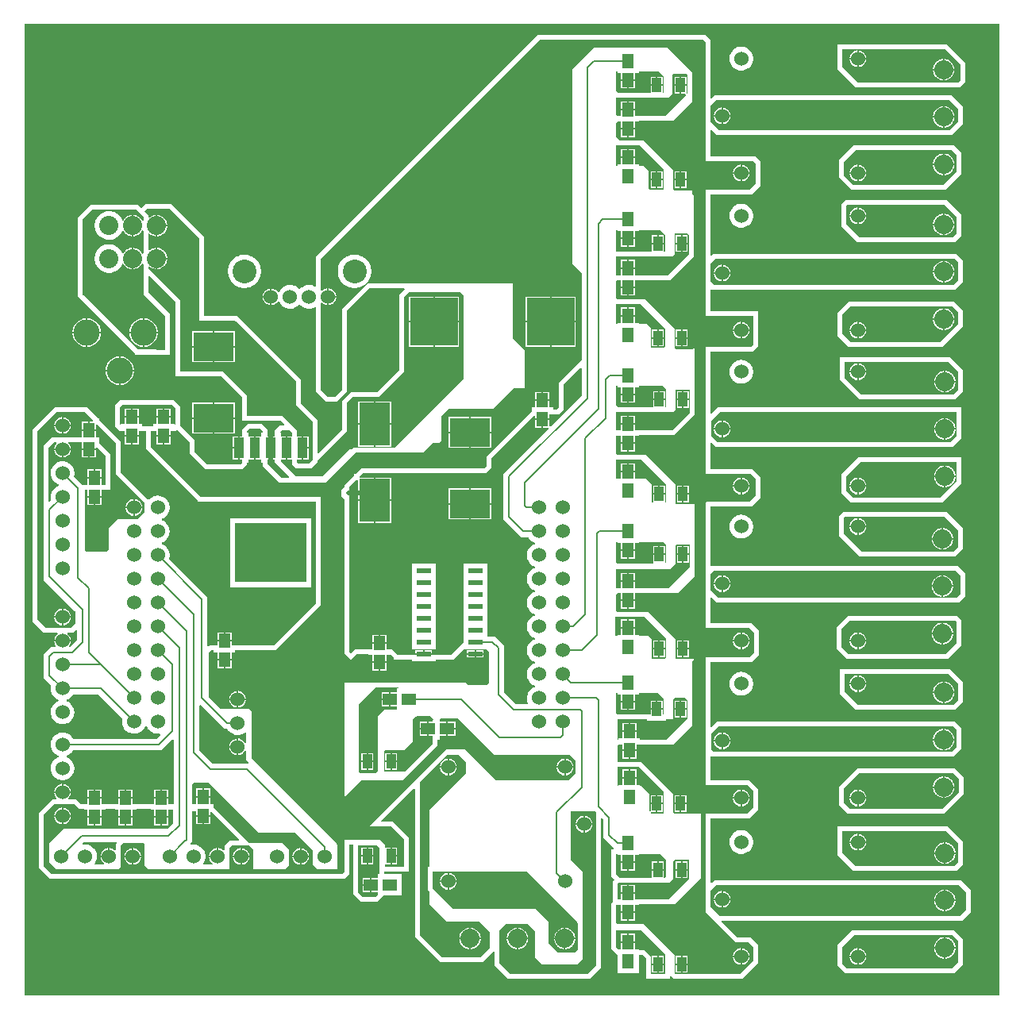
<source format=gbr>
G04 CAM350 V10.0.1 (Build 312) Date:  Thu Jul 28 16:14:56 2016 *
G04 Database: C:\arctmp\odbjob_v7\odbjob_v7.cam *
G04 Layer 3: top *
%FSLAX23Y23*%
%MOIN*%
%SFA1.000B1.000*%

%MIA0B0*%
%IPPOS*%
%ADD11C,0.00800*%
%ADD17R,0.04200X0.08500*%
%ADD19C,0.10000*%
%ADD71R,0.20000X0.20000*%
%ADD20R,0.13000X0.18000*%
%ADD23R,0.06000X0.02000*%
%ADD24C,0.02000*%
%ADD25R,0.05000X0.06000*%
%ADD26R,0.06000X0.05000*%
%ADD27C,0.06000*%
%ADD28C,0.00500*%
%ADD29R,0.17000X0.12000*%
%ADD72C,0.08000*%
%ADD73C,0.11000*%
%ADD30R,0.04000X0.06000*%
%ADD31R,0.30000X0.25000*%
%LNtop*%
%LPD*%
G36*
X14640Y5800D02*
G01Y9880D01*
X18735*
Y5800*
X14640*
G37*
%LPC*%
G36*
X14842Y8578D02*
G01X14843Y8572D01*
X14845Y8565*
X14848Y8559*
X14851Y8553*
X14855Y8548*
X14860Y8543*
X14865Y8538*
X14870Y8534*
X14876Y8531*
X14882Y8528*
X14889Y8526*
X14895Y8525*
X14902*
X14909*
X14915Y8526*
X14922Y8528*
X14928Y8531*
X14934Y8534*
X14939Y8538*
X14944Y8543*
X14949Y8548*
X14953Y8553*
X14956Y8559*
X14959Y8565*
X14961Y8572*
X14962Y8578*
Y8585*
Y8592*
X14961Y8598*
X14959Y8605*
X14956Y8611*
X14953Y8617*
X14949Y8622*
X14944Y8627*
X14939Y8632*
X14934Y8636*
X14928Y8639*
X14922Y8642*
X14915Y8644*
X14909Y8645*
X14902*
X14895*
X14889Y8644*
X14882Y8642*
X14876Y8639*
X14870Y8636*
X14865Y8632*
X14860Y8627*
X14855Y8622*
X14851Y8617*
X14848Y8611*
X14845Y8605*
X14843Y8598*
X14842Y8592*
Y8585*
Y8578*
G37*
G36*
X14980Y8418D02*
G01X14981Y8412D01*
X14983Y8405*
X14986Y8399*
X14989Y8393*
X14993Y8388*
X14998Y8383*
X15003Y8378*
X15008Y8374*
X15014Y8371*
X15020Y8368*
X15027Y8366*
X15033Y8365*
X15040*
X15047*
X15053Y8366*
X15060Y8368*
X15066Y8371*
X15072Y8374*
X15077Y8378*
X15082Y8383*
X15087Y8388*
X15091Y8393*
X15094Y8399*
X15097Y8405*
X15099Y8412*
X15100Y8418*
Y8425*
Y8432*
X15099Y8438*
X15097Y8445*
X15094Y8451*
X15091Y8457*
X15087Y8462*
X15082Y8467*
X15077Y8472*
X15072Y8476*
X15066Y8479*
X15060Y8482*
X15053Y8484*
X15047Y8485*
X15040*
X15033*
X15027Y8484*
X15020Y8482*
X15014Y8479*
X15008Y8476*
X15003Y8472*
X14998Y8467*
X14993Y8462*
X14989Y8457*
X14986Y8451*
X14983Y8445*
X14981Y8438*
X14980Y8432*
Y8425*
Y8418*
G37*
G36*
X15525Y8160D02*
G01Y8290D01*
X15345*
Y8160*
X15525*
G37*
G36*
X15494Y8835D02*
G01X15496Y8827D01*
X15497Y8820*
X15500Y8814*
X15503Y8807*
X15507Y8801*
X15512Y8795*
X15517Y8790*
X15523Y8785*
X15529Y8781*
X15536Y8778*
X15542Y8775*
X15549Y8774*
X15557Y8772*
X15564*
X15571*
X15579Y8774*
X15586Y8775*
X15592Y8778*
X15599Y8781*
X15605Y8785*
X15611Y8790*
X15616Y8795*
X15621Y8801*
X15625Y8807*
X15628Y8814*
X15631Y8820*
X15632Y8827*
X15634Y8835*
Y8842*
Y8849*
X15632Y8857*
X15631Y8864*
X15628Y8870*
X15625Y8877*
X15621Y8883*
X15616Y8889*
X15611Y8894*
X15605Y8899*
X15599Y8903*
X15592Y8906*
X15586Y8909*
X15579Y8910*
X15571Y8912*
X15564*
X15557*
X15549Y8910*
X15542Y8909*
X15536Y8906*
X15529Y8903*
X15523Y8899*
X15517Y8894*
X15512Y8889*
X15507Y8883*
X15503Y8877*
X15500Y8870*
X15497Y8864*
X15496Y8857*
X15494Y8849*
Y8842*
Y8835*
G37*
G36*
X15845Y7515D02*
G01Y7805D01*
X15505*
Y7515*
X15845*
G37*
G36*
X17600Y6439D02*
G01X17602Y6433D01*
X17603Y6427*
X17606Y6421*
X17610Y6416*
X17614Y6411*
X17618Y6406*
X17623Y6403*
X17629Y6400*
X17635Y6397*
X17641Y6396*
X17647Y6395*
X17653*
X17659Y6396*
X17665Y6397*
X17671Y6400*
X17677Y6403*
X17682Y6406*
X17686Y6411*
X17690Y6416*
X17694Y6421*
X17697Y6427*
X17698Y6433*
X17700Y6439*
Y6445*
Y6451*
X17698Y6457*
X17697Y6463*
X17694Y6469*
X17690Y6474*
X17686Y6479*
X17682Y6484*
X17677Y6487*
X17671Y6490*
X17665Y6493*
X17659Y6494*
X17653Y6495*
X17647*
X17641Y6494*
X17635Y6493*
X17629Y6490*
X17623Y6487*
X17618Y6484*
X17614Y6479*
X17610Y6474*
X17606Y6469*
X17603Y6463*
X17602Y6457*
X17600Y6451*
Y6445*
Y6439*
G37*
G36*
Y7104D02*
G01X17602Y7098D01*
X17603Y7092*
X17606Y7086*
X17610Y7081*
X17614Y7076*
X17618Y7071*
X17623Y7068*
X17629Y7065*
X17635Y7062*
X17641Y7061*
X17647Y7060*
X17653*
X17659Y7061*
X17665Y7062*
X17671Y7065*
X17677Y7068*
X17682Y7071*
X17686Y7076*
X17690Y7081*
X17694Y7086*
X17697Y7092*
X17698Y7098*
X17700Y7104*
Y7110*
Y7116*
X17698Y7122*
X17697Y7128*
X17694Y7134*
X17690Y7139*
X17686Y7144*
X17682Y7149*
X17677Y7152*
X17671Y7155*
X17665Y7158*
X17659Y7159*
X17653Y7160*
X17647*
X17641Y7159*
X17635Y7158*
X17629Y7155*
X17623Y7152*
X17618Y7149*
X17614Y7144*
X17610Y7139*
X17606Y7134*
X17603Y7128*
X17602Y7122*
X17600Y7116*
Y7110*
Y7104*
G37*
G36*
Y7764D02*
G01X17602Y7758D01*
X17603Y7752*
X17606Y7746*
X17610Y7741*
X17614Y7736*
X17618Y7731*
X17623Y7728*
X17629Y7725*
X17635Y7722*
X17641Y7721*
X17647Y7720*
X17653*
X17659Y7721*
X17665Y7722*
X17671Y7725*
X17677Y7728*
X17682Y7731*
X17686Y7736*
X17690Y7741*
X17694Y7746*
X17697Y7752*
X17698Y7758*
X17700Y7764*
Y7770*
Y7776*
X17698Y7782*
X17697Y7788*
X17694Y7794*
X17690Y7799*
X17686Y7804*
X17682Y7809*
X17677Y7812*
X17671Y7815*
X17665Y7818*
X17659Y7819*
X17653Y7820*
X17647*
X17641Y7819*
X17635Y7818*
X17629Y7815*
X17623Y7812*
X17618Y7809*
X17614Y7804*
X17610Y7799*
X17606Y7794*
X17603Y7788*
X17602Y7782*
X17600Y7776*
Y7770*
Y7764*
G37*
G36*
Y8414D02*
G01X17602Y8408D01*
X17603Y8402*
X17606Y8396*
X17610Y8391*
X17614Y8386*
X17618Y8381*
X17623Y8378*
X17629Y8375*
X17635Y8372*
X17641Y8371*
X17647Y8370*
X17653*
X17659Y8371*
X17665Y8372*
X17671Y8375*
X17677Y8378*
X17682Y8381*
X17686Y8386*
X17690Y8391*
X17694Y8396*
X17697Y8402*
X17698Y8408*
X17700Y8414*
Y8420*
Y8426*
X17698Y8432*
X17697Y8438*
X17694Y8444*
X17690Y8449*
X17686Y8454*
X17682Y8459*
X17677Y8462*
X17671Y8465*
X17665Y8468*
X17659Y8469*
X17653Y8470*
X17647*
X17641Y8469*
X17635Y8468*
X17629Y8465*
X17623Y8462*
X17618Y8459*
X17614Y8454*
X17610Y8449*
X17606Y8444*
X17603Y8438*
X17602Y8432*
X17600Y8426*
Y8420*
Y8414*
G37*
G36*
Y9069D02*
G01X17602Y9063D01*
X17603Y9057*
X17606Y9051*
X17610Y9046*
X17614Y9041*
X17618Y9036*
X17623Y9033*
X17629Y9030*
X17635Y9027*
X17641Y9026*
X17647Y9025*
X17653*
X17659Y9026*
X17665Y9027*
X17671Y9030*
X17677Y9033*
X17682Y9036*
X17686Y9041*
X17690Y9046*
X17694Y9051*
X17697Y9057*
X17698Y9063*
X17700Y9069*
Y9075*
Y9081*
X17698Y9087*
X17697Y9093*
X17694Y9099*
X17690Y9104*
X17686Y9109*
X17682Y9114*
X17677Y9117*
X17671Y9120*
X17665Y9123*
X17659Y9124*
X17653Y9125*
X17647*
X17641Y9124*
X17635Y9123*
X17629Y9120*
X17623Y9117*
X17618Y9114*
X17614Y9109*
X17610Y9104*
X17606Y9099*
X17603Y9093*
X17602Y9087*
X17600Y9081*
Y9075*
Y9069*
G37*
G36*
Y9729D02*
G01X17602Y9723D01*
X17603Y9717*
X17606Y9711*
X17610Y9706*
X17614Y9701*
X17618Y9696*
X17623Y9693*
X17629Y9690*
X17635Y9687*
X17641Y9686*
X17647Y9685*
X17653*
X17659Y9686*
X17665Y9687*
X17671Y9690*
X17677Y9693*
X17682Y9696*
X17686Y9701*
X17690Y9706*
X17694Y9711*
X17697Y9717*
X17698Y9723*
X17700Y9729*
Y9735*
Y9741*
X17698Y9747*
X17697Y9753*
X17694Y9759*
X17690Y9764*
X17686Y9769*
X17682Y9774*
X17677Y9777*
X17671Y9780*
X17665Y9783*
X17659Y9784*
X17653Y9785*
X17647*
X17641Y9784*
X17635Y9783*
X17629Y9780*
X17623Y9777*
X17618Y9774*
X17614Y9769*
X17610Y9764*
X17606Y9759*
X17603Y9753*
X17602Y9747*
X17600Y9741*
Y9735*
Y9729*
G37*
G36*
X18092Y7215D02*
G01X18518D01*
X18575Y7272*
Y7378*
X18558Y7395*
X18097*
X18050Y7348*
Y7257*
X18092Y7215*
G37*
G36*
X18087Y5895D02*
G01X18543D01*
X18580Y5932*
Y6038*
X18543Y6075*
X18117*
X18055Y6013*
Y5927*
X18087Y5895*
G37*
G36*
X18097Y6565D02*
G01X18503D01*
X18585Y6647*
Y6718*
X18548Y6755*
X18137*
X18060Y6678*
Y6602*
X18097Y6565*
G37*
G36*
X18122Y6325D02*
G01X18553D01*
X18580Y6352*
Y6448*
X18518Y6510*
X18055*
Y6392*
X18122Y6325*
G37*
G36*
X18102Y8525D02*
G01X18493D01*
X18580Y8612*
Y8678*
X18543Y8715*
X18102*
X18055Y8668*
Y8572*
X18102Y8525*
G37*
G36*
X18132Y9615D02*
G01X18568D01*
X18590Y9637*
Y9718*
X18513Y9795*
X18055*
Y9692*
X18132Y9615*
G37*
G36*
X18112Y7870D02*
G01X18493D01*
X18575Y7952*
Y8060*
X18142*
X18070Y7988*
Y7912*
X18112Y7870*
G37*
G36*
X18147Y7645D02*
G01X18548D01*
X18580Y7677*
Y7763*
X18513Y7830*
X18077*
X18060Y7813*
Y7732*
X18147Y7645*
G37*
G36*
X18112Y9185D02*
G01X18508D01*
X18575Y9252*
Y9338*
X18543Y9370*
X18122*
X18060Y9308*
Y9237*
X18112Y9185*
G37*
G36*
X18132Y7000D02*
G01X18548D01*
X18580Y7032*
Y7118*
X18528Y7170*
X18065*
Y7067*
X18132Y7000*
G37*
G36*
X18147Y8305D02*
G01X18548D01*
X18580Y8337*
Y8428*
X18528Y8480*
X18065*
Y8387*
X18147Y8305*
G37*
G36*
X18137Y8965D02*
G01X18548D01*
X18575Y8992*
Y9078*
X18513Y9140*
X18087*
X18070Y9123*
Y9032*
X18137Y8965*
G37*
G36*
X14722Y7325D02*
G01X14776D01*
X14778*
X14779Y7324*
X14780Y7322*
Y7321*
Y7319*
X14779Y7318*
X14775Y7315*
X14772Y7311*
X14769Y7307*
X14767Y7303*
X14766Y7298*
X14765Y7293*
Y7288*
X14766Y7284*
X14767Y7279*
X14769Y7274*
X14771Y7270*
X14772Y7269*
Y7268*
X14771Y7266*
X14770Y7265*
X14769Y7264*
X14768*
X14750*
X14721Y7235*
Y7135*
X14752Y7104*
Y7103*
X14750Y7097*
Y7091*
Y7085*
X14751Y7079*
X14753Y7073*
X14755Y7068*
X14758Y7063*
X14762Y7058*
X14766Y7053*
X14771Y7050*
X14776Y7046*
X14781Y7044*
X14782Y7043*
X14783Y7042*
X14784Y7040*
X14783Y7038*
X14782Y7037*
X14781Y7036*
X14775Y7034*
X14770Y7030*
X14765Y7026*
X14761Y7022*
X14758Y7016*
X14755Y7011*
X14752Y7005*
X14751Y6999*
X14750Y6993*
Y6987*
X14751Y6980*
X14753Y6974*
X14755Y6968*
X14758Y6963*
X14762Y6958*
X14766Y6953*
X14771Y6949*
X14776Y6946*
X14782Y6943*
X14788Y6942*
X14794Y6940*
X14800*
X14806*
X14812Y6942*
X14818Y6943*
X14824Y6946*
X14829Y6949*
X14834Y6953*
X14838Y6958*
X14842Y6963*
X14845Y6968*
X14847Y6974*
X14849Y6980*
X14850Y6987*
Y6993*
X14849Y6999*
X14848Y7005*
X14845Y7011*
X14842Y7016*
X14839Y7022*
X14835Y7026*
X14830Y7030*
X14825Y7034*
X14819Y7036*
X14818Y7037*
X14817Y7038*
X14816Y7040*
X14817Y7042*
X14818Y7043*
X14819Y7044*
X14824Y7046*
X14829Y7049*
X14833Y7053*
X14837Y7057*
X14841Y7061*
X14844Y7066*
X14950*
X15052Y6964*
Y6963*
X15050Y6957*
Y6951*
Y6944*
X15051Y6938*
X15053Y6932*
X15056Y6926*
X15059Y6921*
X15063Y6916*
X15068Y6912*
X15073Y6908*
X15078Y6905*
X15084Y6903*
X15090Y6901*
X15096Y6900*
X15103*
X15109Y6901*
X15115Y6902*
X15121Y6905*
X15126Y6907*
X15131Y6911*
X15136Y6915*
X15140Y6920*
X15144Y6925*
X15146Y6931*
X15147Y6932*
X15148Y6933*
X15150Y6934*
X15152Y6933*
X15153Y6932*
X15154Y6931*
X15156Y6926*
X15159Y6921*
X15162Y6917*
X15166Y6913*
X15170Y6910*
X15175Y6907*
X15180Y6904*
X15185Y6902*
X15190Y6901*
X15195Y6900*
X15201*
X15206*
X15208*
X15209Y6899*
X15210Y6898*
X15211Y6897*
Y6895*
X15210Y6894*
X15195Y6879*
X14844*
X14841Y6884*
X14837Y6889*
X14833Y6893*
X14828Y6897*
X14823Y6900*
X14817Y6902*
X14812Y6904*
X14806Y6905*
X14800*
X14794*
X14788Y6904*
X14782Y6902*
X14777Y6899*
X14772Y6896*
X14767Y6893*
X14763Y6888*
X14759Y6884*
X14756Y6879*
X14753Y6873*
X14752Y6867*
X14750Y6862*
Y6856*
Y6850*
X14751Y6844*
X14753Y6838*
X14755Y6833*
X14758Y6827*
X14762Y6823*
X14766Y6818*
X14771Y6814*
X14776Y6811*
X14781Y6809*
X14782Y6808*
X14783Y6807*
X14784Y6805*
X14783Y6803*
X14782Y6802*
X14781Y6801*
X14775Y6799*
X14770Y6795*
X14765Y6791*
X14761Y6787*
X14758Y6781*
X14755Y6776*
X14752Y6770*
X14751Y6764*
X14750Y6758*
Y6752*
X14751Y6745*
X14753Y6739*
X14755Y6733*
X14758Y6728*
X14762Y6723*
X14766Y6718*
X14771Y6714*
X14776Y6711*
X14782Y6708*
X14788Y6707*
X14794Y6705*
X14800*
X14806*
X14812Y6707*
X14818Y6708*
X14824Y6711*
X14829Y6714*
X14834Y6718*
X14838Y6723*
X14842Y6728*
X14845Y6733*
X14847Y6739*
X14849Y6745*
X14850Y6752*
Y6758*
X14849Y6764*
X14848Y6770*
X14845Y6776*
X14842Y6781*
X14839Y6787*
X14835Y6791*
X14830Y6795*
X14825Y6799*
X14819Y6801*
X14818Y6802*
X14817Y6803*
X14816Y6805*
X14817Y6807*
X14818Y6808*
X14819Y6809*
X14824Y6811*
X14829Y6814*
X14833Y6818*
X14837Y6822*
X14841Y6826*
X14844Y6831*
X15215*
X15259Y6875*
X15260Y6876*
X15262*
X15264*
X15265Y6875*
X15266Y6874*
Y6872*
Y6605*
X15245*
Y6665*
X15185*
Y6605*
X15095*
Y6665*
X15035*
Y6605*
X14965*
Y6665*
X14905*
Y6605*
X14878*
X14858Y6625*
X14829*
X14828*
X14826Y6626*
X14825Y6627*
Y6629*
Y6630*
X14826Y6632*
X14829Y6636*
X14832Y6640*
X14834Y6645*
X14835Y6650*
Y6655*
Y6661*
X14833Y6666*
X14831Y6670*
X14829Y6675*
X14826Y6679*
X14822Y6682*
X14817Y6685*
X14813Y6688*
X14808Y6689*
X14803Y6690*
X14797*
X14792Y6689*
X14787Y6688*
X14783Y6685*
X14778Y6682*
X14774Y6679*
X14771Y6675*
X14769Y6670*
X14767Y6666*
X14765Y6661*
Y6655*
Y6650*
X14766Y6645*
X14768Y6640*
X14771Y6636*
X14774Y6632*
X14775Y6630*
Y6629*
Y6627*
X14774Y6626*
X14772Y6625*
X14771*
X14757*
X14700Y6568*
Y6337*
X14747Y6290*
X15983*
X16005Y6312*
Y6435*
X16020*
Y6227*
X16052Y6195*
X16123*
X16148Y6220*
X16225*
Y6310*
X16150*
Y6320*
X16255*
Y6463*
X16188Y6530*
X16143*
X16141*
X16140Y6531*
X16139Y6532*
Y6534*
Y6536*
X16140Y6537*
X16273Y6670*
X16274Y6671*
X16276*
X16278*
X16279Y6670*
X16280Y6669*
Y6667*
Y6047*
X16387Y5940*
X16563*
X16608Y5985*
X16609Y5986*
X16611*
X16613*
X16614Y5985*
X16615Y5984*
Y5982*
Y5927*
X16672Y5870*
X17013*
X17060Y5917*
Y6540*
Y6542*
X17061Y6543*
X17062Y6544*
X17064*
X17066*
X17067Y6543*
X17071Y6539*
Y6465*
X17114Y6422*
X17115Y6421*
Y6419*
Y6417*
X17114Y6416*
X17113Y6415*
X17111*
X17105*
Y6302*
X17119Y6288*
X17110Y6278*
Y6193*
X17105Y6188*
Y5997*
X17130Y5972*
Y5895*
X17220*
Y5970*
X17237*
X17250Y5957*
Y5870*
X17350*
Y5877*
Y5879*
X17351Y5880*
X17352Y5881*
X17354*
X17356*
X17357Y5880*
X17367Y5870*
X17653*
X17720Y5937*
Y6013*
X17688Y6045*
X17633*
X17570Y6108*
X17569Y6109*
Y6111*
Y6113*
X17570Y6114*
X17571Y6115*
X17573*
X18578*
X18615Y6152*
Y6243*
X18573Y6285*
X17537*
X17527Y6275*
X17526Y6274*
X17524*
X17522*
X17521Y6275*
X17520Y6276*
Y6278*
Y6545*
X17683*
X17720Y6582*
Y6668*
X17683Y6705*
X17520*
Y6802*
Y6804*
X17521Y6805*
X17522Y6806*
X17524*
X17525*
X17527Y6805*
X18543*
X18575Y6837*
Y6923*
X18548Y6950*
X17547*
X17527Y6930*
X17526Y6929*
X17524*
X17522*
X17521Y6930*
X17520Y6931*
Y6933*
Y7200*
X17693*
X17725Y7232*
Y7333*
X17693Y7365*
X17520*
Y7467*
Y7469*
X17521Y7470*
X17522Y7471*
X17524*
X17526*
X17527Y7470*
X17547Y7450*
X18563*
X18590Y7477*
Y7573*
X18558Y7605*
X17527*
X17525Y7604*
X17524*
X17522*
X17521Y7605*
X17520Y7606*
Y7608*
Y7855*
X17693*
X17730Y7892*
Y7978*
X17698Y8010*
X17520*
Y8117*
Y8119*
X17521Y8120*
X17522Y8121*
X17524*
X17526*
X17527Y8120*
X17542Y8105*
X18538*
X18575Y8142*
Y8270*
X17552*
X17527Y8245*
X17526Y8244*
X17524*
X17522*
X17521Y8245*
X17520Y8246*
Y8248*
Y8505*
X17698*
X17720Y8527*
Y8675*
X17520*
Y8762*
Y8764*
X17521Y8765*
X17522Y8766*
X17524*
X17525*
X17527Y8765*
X18548*
X18580Y8797*
Y8888*
X18553Y8915*
X17532*
X17527Y8910*
X17526Y8909*
X17524*
X17522*
X17521Y8910*
X17520Y8911*
Y8913*
Y9165*
X17693*
X17730Y9202*
Y9303*
X17708Y9325*
X17520*
Y9432*
Y9434*
X17521Y9435*
X17522Y9436*
X17524*
X17526*
X17527Y9435*
X17547Y9415*
X18533*
X18580Y9462*
Y9533*
X18533Y9580*
X17537*
X17527Y9570*
X17526Y9569*
X17524*
X17522*
X17521Y9570*
X17520Y9571*
Y9573*
Y9813*
X17498Y9835*
X16797*
X15865Y8903*
Y8782*
Y8781*
X15864Y8779*
X15862*
X15861Y8778*
X15859Y8779*
X15854Y8781*
X15849Y8783*
X15843Y8784*
X15838Y8785*
X15832*
X15827Y8784*
X15821Y8783*
X15816Y8781*
X15811Y8779*
X15806Y8776*
X15802Y8773*
X15798Y8769*
X15797Y8768*
X15795Y8767*
X15793Y8768*
X15792Y8769*
X15788Y8773*
X15783Y8777*
X15778Y8780*
X15772Y8782*
X15766Y8784*
X15760Y8785*
X15754*
X15748Y8784*
X15742Y8783*
X15736Y8781*
X15730Y8779*
X15725Y8775*
X15721Y8771*
X15716Y8767*
X15713Y8762*
X15710Y8757*
X15709Y8755*
X15708*
X15707Y8754*
X15705*
X15704Y8755*
X15703Y8756*
X15700Y8760*
X15696Y8763*
X15691Y8766*
X15687Y8768*
X15682Y8769*
X15677Y8770*
X15672*
X15666Y8769*
X15662Y8767*
X15657Y8765*
X15653Y8762*
X15649Y8758*
X15646Y8754*
X15643Y8750*
X15641Y8745*
X15640Y8740*
Y8735*
Y8730*
X15641Y8725*
X15643Y8720*
X15646Y8716*
X15649Y8712*
X15653Y8708*
X15657Y8705*
X15662Y8703*
X15666Y8701*
X15672Y8700*
X15677*
X15682Y8701*
X15687Y8702*
X15691Y8704*
X15696Y8707*
X15700Y8710*
X15703Y8714*
X15704Y8715*
X15705Y8716*
X15707*
X15708Y8715*
X15709*
X15710Y8713*
X15713Y8708*
X15716Y8703*
X15721Y8699*
X15725Y8695*
X15730Y8691*
X15736Y8689*
X15742Y8687*
X15748Y8686*
X15754Y8685*
X15760*
X15766Y8686*
X15772Y8688*
X15778Y8690*
X15783Y8693*
X15788Y8697*
X15792Y8701*
X15793Y8702*
X15795Y8703*
X15797Y8702*
X15798Y8701*
X15802Y8697*
X15806Y8694*
X15811Y8691*
X15816Y8689*
X15821Y8687*
X15827Y8686*
X15832Y8685*
X15838*
X15843Y8686*
X15849Y8687*
X15854Y8689*
X15859Y8691*
X15861Y8692*
X15862Y8691*
X15864*
X15865Y8689*
Y8688*
Y8337*
X15907Y8295*
X15953*
X15995Y8337*
Y8677*
X16088Y8770*
X16232*
X16234*
X16235Y8769*
X16236Y8768*
Y8766*
Y8764*
X16235Y8763*
X16215Y8743*
Y8428*
X16122Y8335*
X16012*
X15975Y8298*
Y8178*
X15877Y8080*
X15876Y8079*
X15874*
X15872*
X15871Y8080*
X15870Y8081*
Y8083*
Y8218*
X15800Y8288*
Y8388*
X15533Y8655*
X15395*
Y8988*
X15258Y9125*
X15147*
X15130Y9108*
X15118Y9120*
X14917*
X14865Y9068*
Y8737*
X15109Y8492*
X15184*
X15187Y8490*
X15250*
Y8663*
X15160Y8753*
Y8817*
Y8819*
X15161Y8820*
X15162Y8821*
X15164*
X15166*
X15167Y8820*
X15275Y8712*
Y8400*
X15467*
X15555Y8312*
Y8215*
X15717*
X15730Y8202*
X15731Y8201*
Y8199*
Y8197*
X15730Y8196*
X15729Y8195*
X15727*
X15712*
X15690Y8173*
Y8148*
X15660*
Y8178*
X15638Y8200*
X15577*
X15555Y8178*
Y8148*
X15515*
Y8052*
X15555*
Y8038*
X15547Y8030*
X15408*
X15355Y8083*
Y8133*
X15295Y8193*
Y8273*
X15268Y8300*
X15042*
X15020Y8278*
Y8192*
X15042Y8170*
X15060*
Y8115*
X15120*
Y8170*
X15150*
Y8097*
X15372Y7875*
X15865*
Y7448*
X15687Y7270*
X15510*
Y7325*
X15450*
Y7270*
X15417*
X15416Y7269*
X15415Y7268*
X15413*
X15411*
X15410Y7269*
X15409Y7270*
Y7272*
Y7475*
X15248Y7636*
Y7637*
X15250Y7643*
Y7649*
Y7655*
X15249Y7661*
X15247Y7667*
X15245Y7672*
X15242Y7677*
X15238Y7682*
X15234Y7687*
X15229Y7690*
X15224Y7694*
X15219Y7696*
X15218Y7697*
X15217Y7698*
X15216Y7700*
X15217Y7702*
X15218Y7703*
X15219Y7704*
X15225Y7706*
X15230Y7710*
X15235Y7714*
X15239Y7718*
X15242Y7723*
X15245Y7729*
X15248Y7735*
X15249Y7741*
X15250Y7747*
Y7753*
X15249Y7759*
X15248Y7765*
X15245Y7771*
X15242Y7777*
X15239Y7782*
X15235Y7786*
X15230Y7790*
X15225Y7794*
X15219Y7796*
X15218Y7797*
X15217Y7798*
X15216Y7800*
X15217Y7802*
X15218Y7803*
X15219Y7804*
X15224Y7806*
X15229Y7809*
X15234Y7813*
X15238Y7817*
X15242Y7822*
X15245Y7827*
X15247Y7833*
X15249Y7838*
X15250Y7844*
Y7850*
Y7856*
X15249Y7862*
X15247Y7867*
X15244Y7873*
X15241Y7878*
X15238Y7883*
X15234Y7887*
X15229Y7891*
X15224Y7894*
X15219Y7896*
X15213Y7898*
X15207Y7899*
X15201Y7900*
X15196*
X15190Y7899*
X15184Y7897*
X15179Y7895*
X15173Y7892*
X15169Y7889*
X15164Y7885*
X15163Y7884*
X15161*
X15160*
X15158Y7885*
X15045Y7998*
Y8128*
X14955Y8218*
Y8225*
X14948*
X14903Y8270*
X14767*
X14675Y8178*
Y7372*
X14722Y7325*
G37*
%LPD*%
G36*
X15713Y8167D02*
G01X15714Y8168D01*
Y8169*
X15720Y8175*
X15755*
X15765Y8165*
Y8148*
X15716*
Y8163*
X15715*
X15714Y8164*
X15713Y8166*
Y8167*
G37*
G36*
X15575Y8163D02*
G01Y8170D01*
X15585Y8180*
X15630*
X15640Y8170*
Y8163*
X15634*
Y8148*
X15582*
Y8163*
X15575*
G37*
G36*
X14820Y7321D02*
G01Y7322D01*
X14821Y7324*
X14822Y7325*
X14843*
X14854Y7336*
X14855*
X14857Y7337*
X14858Y7336*
X14859*
X14860Y7334*
X14861Y7333*
Y7295*
X14830Y7264*
X14826*
Y7267*
X14827*
X14829Y7271*
X14832Y7275*
X14833Y7280*
X14835Y7284*
Y7294*
X14834Y7298*
X14833Y7303*
X14831Y7307*
X14825Y7315*
X14821Y7318*
X14820Y7319*
Y7321*
G37*
G36*
X15660Y8033D02*
G01Y8052D01*
X15690*
Y8042*
X15751Y7981*
Y7977*
X15749Y7975*
X15718*
X15660Y8033*
G37*
G36*
X14884Y6438D02*
G01Y6440D01*
X14890Y6446*
X15025*
X15027Y6444*
Y6440*
X15025Y6438*
Y6413*
X15024Y6411*
X15023Y6410*
X15020*
X15018Y6411*
X15010Y6417*
X15005Y6419*
X15000Y6420*
X14990*
X14985Y6419*
X14980Y6417*
X14972Y6411*
X14968Y6407*
X14965Y6403*
X14963Y6399*
X14961Y6394*
X14960Y6389*
Y6384*
X14962Y6374*
X14964Y6369*
X14970Y6361*
X14975Y6356*
Y6353*
X14974Y6351*
X14973Y6350*
X14938*
X14936Y6351*
X14935Y6353*
Y6355*
X14936Y6356*
X14939Y6361*
X14942Y6367*
X14944Y6373*
X14945Y6379*
Y6391*
X14944Y6397*
X14942Y6403*
X14936Y6413*
X14932Y6418*
X14928Y6422*
X14923Y6426*
X14913Y6432*
X14907Y6434*
X14901Y6435*
X14887*
X14884Y6438*
G37*
G36*
X17125Y6985D02*
G01Y7070D01*
X17130*
Y7065*
X17145*
Y7000*
X17205*
Y7065*
X17220*
Y7070*
X17300*
X17325Y7045*
Y6980*
X17320*
Y7038*
X17270*
Y6980*
X17130*
X17125Y6985*
G37*
G36*
Y9600D02*
G01Y9680D01*
X17130*
Y9675*
X17145*
Y9610*
X17205*
Y9675*
X17220*
Y9680*
X17305*
X17325Y9660*
Y9590*
X17320*
Y9658*
X17270*
Y9590*
X17135*
X17125Y9600*
G37*
G36*
Y8925D02*
G01Y9015D01*
X17130*
Y9010*
X17145*
Y8945*
X17205*
Y9010*
X17220*
Y9015*
X17310*
X17330Y8995*
Y8925*
X17325*
Y8993*
X17275*
Y8925*
X17125*
G37*
G36*
Y8280D02*
G01Y8360D01*
X17130*
Y8355*
X17145*
Y8290*
X17205*
Y8355*
X17220*
Y8360*
X17320*
X17335Y8345*
Y8270*
X17330*
Y8338*
X17280*
Y8270*
X17135*
X17125Y8280*
G37*
G36*
Y7620D02*
G01Y7705D01*
X17130*
Y7700*
X17145*
Y7635*
X17205*
Y7700*
X17220*
Y7705*
X17325*
X17335Y7695*
Y7620*
X17333Y7618*
X17331*
X17330Y7619*
Y7688*
X17280*
Y7615*
X17130*
X17125Y7620*
G37*
G36*
X16040Y6235D02*
G01Y6430D01*
X16120*
X16130Y6420*
Y6310*
X16125*
Y6295*
X16060*
Y6235*
X16125*
Y6225*
X16115Y6215*
X16060*
X16040Y6235*
G37*
G36*
X17125Y6310D02*
G01Y6395D01*
X17130*
Y6390*
X17145*
Y6325*
X17205*
Y6390*
X17220*
Y6395*
X17310*
X17335Y6370*
Y6300*
X17330Y6295*
X17325*
Y6363*
X17275*
Y6295*
X17140*
X17125Y6310*
G37*
G36*
X15040Y8200D02*
G01Y8270D01*
X15050Y8280*
X15260*
X15275Y8265*
Y8200*
X15273Y8198*
X15271*
X15270Y8199*
Y8200*
X15255*
Y8265*
X15195*
Y8200*
X15180*
Y8190*
X15135*
Y8200*
X15120*
Y8265*
X15060*
Y8200*
X15045*
Y8199*
X15044Y8198*
X15042*
X15040Y8200*
G37*
G36*
X16845Y8194D02*
G01Y8240D01*
X16883*
X16905Y8262*
Y8367*
X16974Y8436*
X16978*
X16980Y8434*
Y8319*
X16851Y8190*
X16847*
X16845Y8192*
Y8194*
G37*
G36*
X17125Y9285D02*
G01Y9370D01*
X17225*
X17325Y9270*
Y9185*
X17265*
X17260Y9190*
Y9265*
X17240Y9285*
X17220*
Y9290*
X17205*
Y9355*
X17145*
Y9290*
X17130*
Y9285*
X17125*
G37*
G36*
X17120Y7315D02*
G01Y7390D01*
X17245*
X17335Y7300*
Y7220*
X17330Y7215*
X17275*
Y7295*
X17260Y7310*
X17220*
Y7315*
X17205*
Y7380*
X17145*
Y7315*
X17130*
Y7310*
X17125*
X17120Y7315*
G37*
G36*
X17125Y7970D02*
G01Y8050D01*
X17230*
X17335Y7945*
Y7870*
X17330*
Y7942*
X17280*
Y7870*
X17275*
Y7945*
X17250Y7970*
X17205*
Y8035*
X17145*
Y7970*
X17125*
G37*
G36*
Y8620D02*
G01Y8705D01*
X17225*
X17330Y8600*
Y8525*
X17325Y8520*
X17275*
X17270Y8525*
Y8605*
X17255Y8620*
X17220*
Y8625*
X17205*
Y8690*
X17145*
Y8625*
X17130*
Y8620*
X17125*
G37*
G36*
Y6005D02*
G01Y6075D01*
X17230*
X17330Y5975*
Y5890*
X17270*
Y5965*
X17245Y5990*
X17220*
Y5995*
X17205*
Y6060*
X17145*
Y5995*
X17135*
X17125Y6005*
G37*
G36*
X17130Y6680D02*
G01Y6760D01*
X17222*
X17325Y6657*
Y6565*
X17275*
X17271Y6569*
Y6571*
X17272Y6572*
X17320*
Y6642*
X17270*
Y6574*
X17269Y6573*
X17267*
X17265Y6575*
Y6645*
X17230Y6680*
X17225*
Y6685*
X17210*
Y6750*
X17150*
Y6685*
X17135*
Y6680*
X17130*
G37*
G36*
X15339Y6438D02*
G01Y6440D01*
X15344Y6445*
Y6575*
X15360*
Y6520*
X15420*
Y6569*
X15422Y6571*
X15426*
X15541Y6456*
Y6452*
X15539Y6450*
X15502*
X15480Y6428*
Y6413*
X15479Y6411*
X15478Y6410*
X15475*
X15473Y6411*
X15465Y6417*
X15460Y6419*
X15455Y6420*
X15445*
X15440Y6419*
X15435Y6417*
X15427Y6411*
X15423Y6407*
X15420Y6403*
X15418Y6399*
X15416Y6394*
X15415Y6389*
Y6384*
X15417Y6374*
X15419Y6369*
X15425Y6361*
X15430Y6356*
Y6353*
X15429Y6351*
X15428Y6350*
X15393*
X15391Y6351*
X15390Y6353*
Y6355*
X15391Y6356*
X15394Y6361*
X15397Y6367*
X15399Y6373*
X15400Y6379*
Y6391*
X15399Y6397*
X15397Y6403*
X15391Y6413*
X15387Y6418*
X15383Y6422*
X15378Y6426*
X15368Y6432*
X15362Y6434*
X15356Y6435*
X15342*
X15339Y6438*
G37*
G36*
X16150Y6745D02*
G01Y6825D01*
X16155Y6830*
X16235*
X16270Y6865*
Y6960*
X16280Y6970*
X16285*
X16290Y6975*
X16345*
X16358Y6962*
X16355Y6958*
Y6950*
X16300*
Y6890*
X16355*
Y6858*
X16237Y6740*
X16155*
X16150Y6745*
G37*
G36*
X17130Y6205D02*
G01Y6270D01*
X17135Y6275*
X17350*
X17365Y6290*
Y6365*
X17370Y6370*
X17430*
Y6290*
X17345Y6205*
X17205*
Y6265*
X17145*
Y6205*
X17130*
G37*
G36*
X15374Y6830D02*
G01Y7019D01*
X15376Y7021*
X15380*
X15480Y6921*
X15491*
X15494Y6916*
X15498Y6911*
X15508Y6903*
X15513Y6900*
X15525Y6896*
X15531Y6895*
X15537*
X15544Y6896*
X15550Y6897*
X15555Y6899*
X15561Y6902*
X15566Y6906*
X15567*
X15569Y6907*
X15572Y6904*
Y6863*
X15570Y6861*
X15568*
X15566Y6862*
X15565Y6863*
X15559Y6871*
X15555Y6874*
X15550Y6876*
X15546Y6878*
X15541Y6880*
X15531*
X15526Y6879*
X15516Y6875*
X15512Y6872*
X15503Y6860*
X15501Y6855*
X15500Y6850*
Y6840*
X15501Y6835*
X15503Y6830*
X15512Y6818*
X15516Y6815*
X15526Y6811*
X15531Y6810*
X15541*
X15546Y6812*
X15550Y6814*
X15555Y6816*
X15559Y6819*
X15565Y6827*
X15566Y6828*
X15568Y6829*
X15570*
X15572Y6827*
Y6789*
X15581Y6781*
X15582Y6780*
Y6776*
X15580Y6774*
X15430*
X15374Y6830*
G37*
G36*
X17130Y6875D02*
G01Y6960D01*
X17255*
Y6953*
X17335*
Y6960*
X17360*
X17365Y6965*
Y7045*
X17370Y7050*
X17415*
X17425Y7040*
Y6965*
X17335Y6875*
X17225*
Y6880*
X17210*
Y6945*
X17150*
Y6880*
X17135*
Y6875*
X17130*
G37*
G36*
X17125Y9500D02*
G01Y9570D01*
X17345*
X17360Y9585*
Y9665*
X17365Y9670*
X17422*
X17425Y9667*
Y9590*
X17423Y9588*
X17421*
X17420Y9589*
Y9658*
X17370*
Y9588*
X17415*
X17417Y9586*
Y9582*
X17330Y9495*
X17205*
Y9555*
X17145*
Y9495*
X17130*
X17125Y9500*
G37*
G36*
Y8175D02*
G01Y8250D01*
X17365*
X17375Y8260*
Y8345*
X17435*
Y8248*
X17362Y8175*
X17205*
Y8235*
X17145*
Y8175*
X17125*
G37*
G36*
Y8825D02*
G01Y8905D01*
X17360*
X17370Y8915*
Y9000*
X17425*
X17430Y8995*
Y8915*
X17340Y8825*
X17205*
Y8890*
X17145*
Y8825*
X17125*
G37*
G36*
Y7510D02*
G01Y7590D01*
X17350*
X17375Y7615*
Y7690*
X17380Y7695*
X17435*
Y7600*
X17345Y7510*
X17205*
Y7575*
X17145*
Y7510*
X17125*
G37*
G36*
X14740Y7879D02*
G01Y8102D01*
X14763Y8125*
X14772*
X14774Y8124*
X14775Y8123*
Y8120*
X14774Y8118*
X14768Y8110*
X14767Y8105*
X14765Y8100*
Y8090*
X14766Y8085*
X14768Y8081*
X14770Y8076*
X14773Y8072*
X14785Y8063*
X14790Y8061*
X14795Y8060*
X14805*
X14810Y8061*
X14815Y8063*
X14827Y8072*
X14830Y8076*
X14832Y8081*
X14834Y8085*
X14835Y8090*
Y8100*
X14833Y8105*
X14832Y8110*
X14826Y8118*
X14825Y8120*
Y8123*
X14826Y8124*
X14828Y8125*
X14880*
Y8060*
X14940*
Y8099*
X14942Y8101*
X14946*
X14980Y8067*
Y7945*
X14965*
Y8010*
X14905*
Y7945*
X14884*
X14848Y7981*
Y7982*
X14850Y7988*
Y8000*
X14849Y8006*
X14847Y8012*
X14845Y8017*
X14842Y8023*
X14838Y8027*
X14834Y8032*
X14829Y8036*
X14824Y8039*
X14819Y8041*
X14807Y8045*
X14795*
X14789Y8044*
X14783Y8042*
X14778Y8040*
X14773Y8037*
X14763Y8029*
X14760Y8024*
X14756Y8019*
X14754Y8014*
X14752Y8008*
X14750Y7996*
Y7990*
X14751Y7984*
X14753Y7978*
X14755Y7973*
X14758Y7968*
X14766Y7958*
X14771Y7955*
X14776Y7951*
X14781Y7949*
X14783Y7947*
X14784Y7945*
X14783Y7943*
X14781Y7941*
X14776Y7939*
X14771Y7935*
X14766Y7932*
X14758Y7922*
X14755Y7917*
X14753Y7912*
X14751Y7906*
X14750Y7900*
Y7888*
X14752Y7882*
Y7881*
X14746Y7875*
X14742*
X14740Y7877*
Y7879*
G37*
G36*
X16045Y6740D02*
G01Y7025D01*
X16115Y7095*
X16210*
X16212Y7093*
Y7091*
X16211Y7090*
X16205*
Y7075*
X16140*
Y7015*
X16205*
Y7000*
X16150*
X16125Y6975*
Y6745*
X16115Y6735*
X16050*
X16045Y6740*
G37*
G36*
X18085Y7075D02*
G01Y7150D01*
X18520*
X18560Y7110*
Y7040*
X18540Y7020*
X18140*
X18085Y7075*
G37*
G36*
X18090Y9040D02*
G01Y9115D01*
X18095Y9120*
X18505*
X18555Y9070*
Y9000*
X18540Y8985*
X18145*
X18090Y9040*
G37*
G36*
X18085Y8395D02*
G01Y8460D01*
X18520*
X18560Y8420*
Y8345*
X18540Y8325*
X18155*
X18085Y8395*
G37*
G36*
X18075Y5935D02*
G01Y6005D01*
X18125Y6055*
X18535*
X18560Y6030*
Y5940*
X18535Y5915*
X18095*
X18075Y5935*
G37*
G36*
X18070Y7265D02*
G01Y7340D01*
X18105Y7375*
X18550*
X18555Y7370*
Y7280*
X18510Y7235*
X18100*
X18070Y7265*
G37*
G36*
X18080Y9245D02*
G01Y9300D01*
X18130Y9350*
X18535*
X18555Y9330*
Y9260*
X18500Y9205*
X18120*
X18080Y9245*
G37*
G36*
X18075Y9700D02*
G01Y9775D01*
X18505*
X18570Y9710*
Y9645*
X18560Y9635*
X18140*
X18075Y9700*
G37*
G36*
X18080Y7740D02*
G01Y7805D01*
X18085Y7810*
X18505*
X18560Y7755*
Y7685*
X18540Y7665*
X18155*
X18080Y7740*
G37*
G36*
X18090Y7920D02*
G01Y7980D01*
X18150Y8040*
X18555*
Y7960*
X18485Y7890*
X18120*
X18090Y7920*
G37*
G36*
X18075Y6400D02*
G01Y6490D01*
X18510*
X18560Y6440*
Y6360*
X18545Y6345*
X18130*
X18075Y6400*
G37*
G36*
Y8580D02*
G01Y8660D01*
X18110Y8695*
X18535*
X18560Y8670*
Y8620*
X18485Y8545*
X18110*
X18075Y8580*
G37*
G36*
X18080Y6610D02*
G01Y6670D01*
X18145Y6735*
X18540*
X18565Y6710*
Y6655*
X18495Y6585*
X18105*
X18080Y6610*
G37*
G36*
X17525Y6835D02*
G01Y6900D01*
X17555Y6930*
X18540*
X18555Y6915*
Y6845*
X18535Y6825*
X17535*
X17525Y6835*
G37*
G36*
X17520Y8800D02*
G01Y8875D01*
X17540Y8895*
X18545*
X18560Y8880*
Y8805*
X18540Y8785*
X17535*
X17520Y8800*
G37*
G36*
Y7505D02*
G01Y7570D01*
X17535Y7585*
X18550*
X18570Y7565*
Y7485*
X18555Y7470*
X17555*
X17520Y7505*
G37*
G36*
X17525Y8150D02*
G01Y8215D01*
X17560Y8250*
X18555*
Y8150*
X18530Y8125*
X17550*
X17525Y8150*
G37*
G36*
X17520Y9470D02*
G01Y9535D01*
X17545Y9560*
X18525*
X18560Y9525*
Y9470*
X18525Y9435*
X17555*
X17520Y9470*
G37*
G36*
X14895Y7670D02*
G01Y7925D01*
X14905*
Y7860*
X14965*
Y7925*
X15000*
Y8075*
X14955Y8120*
Y8145*
X14940*
Y8197*
X14942Y8199*
X14946*
X15025Y8120*
Y7990*
X15145Y7870*
Y7830*
X15115Y7800*
X15030*
X14995Y7765*
Y7675*
X14985Y7665*
X14900*
X14895Y7670*
G37*
G36*
X17520Y6175D02*
G01Y6240D01*
X17545Y6265*
X18565*
X18595Y6235*
Y6160*
X18570Y6135*
X17560*
X17520Y6175*
G37*
G36*
X14885Y8745D02*
G01Y9060D01*
X14925Y9100*
X15110*
X15140Y9070*
Y9058*
X15139Y9055*
X15137Y9053*
X15135Y9055*
X15132Y9060*
X15124Y9068*
X15119Y9072*
X15114Y9075*
X15109Y9077*
X15097Y9079*
X15091*
X15085Y9078*
X15079Y9076*
X15074Y9074*
X15069Y9071*
X15064Y9067*
X15060Y9063*
X15057Y9058*
X15055Y9056*
X15052*
X15050Y9058*
X15047Y9064*
X15043Y9070*
X15039Y9075*
X15034Y9080*
X15028Y9084*
X15016Y9090*
X15010Y9092*
X15003Y9094*
X14989*
X14983Y9093*
X14976Y9091*
X14964Y9085*
X14958Y9081*
X14953Y9077*
X14948Y9072*
X14944Y9066*
X14938Y9054*
X14937Y9047*
X14935Y9041*
Y9027*
X14937Y9021*
X14938Y9014*
X14944Y9002*
X14948Y8996*
X14953Y8991*
X14958Y8987*
X14964Y8983*
X14976Y8977*
X14983Y8975*
X14989Y8974*
X15003*
X15010Y8976*
X15016Y8978*
X15028Y8984*
X15034Y8988*
X15039Y8993*
X15043Y8998*
X15047Y9004*
X15050Y9010*
X15052Y9012*
X15055*
X15057Y9010*
X15060Y9005*
X15064Y9001*
X15069Y8997*
X15074Y8994*
X15079Y8992*
X15085Y8990*
X15091Y8989*
X15097*
X15109Y8991*
X15114Y8993*
X15119Y8996*
X15124Y9000*
X15132Y9008*
X15135Y9013*
X15137Y9015*
X15139Y9013*
X15140Y9010*
Y8920*
X15139Y8917*
X15137Y8915*
X15135Y8917*
X15132Y8922*
X15124Y8930*
X15119Y8934*
X15114Y8937*
X15109Y8939*
X15097Y8941*
X15091*
X15085Y8940*
X15079Y8938*
X15074Y8936*
X15069Y8933*
X15064Y8929*
X15060Y8925*
X15057Y8920*
X15055Y8918*
X15052*
X15050Y8920*
X15047Y8926*
X15043Y8932*
X15039Y8937*
X15034Y8942*
X15028Y8946*
X15016Y8952*
X15010Y8954*
X15003Y8956*
X14989*
X14983Y8955*
X14976Y8953*
X14964Y8947*
X14958Y8943*
X14953Y8939*
X14948Y8934*
X14944Y8928*
X14938Y8916*
X14937Y8909*
X14935Y8903*
Y8889*
X14937Y8883*
X14938Y8876*
X14944Y8864*
X14948Y8858*
X14953Y8853*
X14958Y8849*
X14964Y8845*
X14976Y8839*
X14983Y8837*
X14989Y8836*
X15003*
X15010Y8838*
X15016Y8840*
X15028Y8846*
X15034Y8850*
X15039Y8855*
X15043Y8860*
X15047Y8866*
X15050Y8872*
X15052Y8874*
X15055*
X15057Y8872*
X15060Y8867*
X15064Y8863*
X15069Y8859*
X15074Y8856*
X15079Y8854*
X15085Y8852*
X15091Y8851*
X15097*
X15109Y8853*
X15114Y8855*
X15119Y8858*
X15124Y8862*
X15132Y8870*
X15135Y8875*
X15137Y8877*
X15139Y8875*
X15140Y8872*
Y8745*
X15230Y8655*
Y8510*
X15195*
X15193Y8513*
X15118*
X14885Y8745*
G37*
G36*
X16355Y6250D02*
G01Y6320D01*
X16750*
X16965Y6105*
Y5995*
X16950Y5980*
X16880*
X16840Y6020*
Y6110*
X16785Y6165*
X16440*
X16355Y6250*
G37*
G36*
X14695Y7380D02*
G01Y8170D01*
X14775Y8250*
X14895*
X14929Y8216*
Y8212*
X14927Y8210*
X14880*
Y8145*
X14755*
X14720Y8110*
Y7545*
X14850Y7415*
X14855*
Y7365*
X14835Y7345*
X14730*
X14695Y7380*
G37*
G36*
X16300Y6055D02*
G01Y6697D01*
X16413Y6810*
X16465*
X16495Y6780*
Y6735*
X16340Y6580*
Y6340*
X16335*
Y6242*
X16340Y6237*
Y6185*
X16415Y6110*
X16550*
X16595Y6065*
Y6000*
X16555Y5960*
X16395*
X16300Y6055*
G37*
G36*
X16635Y5935D02*
G01Y6075D01*
X16660Y6100*
X16755*
X16785Y6070*
Y5960*
X16815Y5930*
X16960*
X16985Y5955*
Y6320*
X16935Y6370*
Y6575*
X17035*
X17040Y6570*
Y5925*
X17005Y5890*
X16680*
X16635Y5935*
G37*
G36*
X15716Y8044D02*
G01Y8052D01*
X15765*
Y8032*
X15782Y8015*
X15843*
X15870Y8042*
Y8045*
X15995Y8170*
Y8290*
X16020Y8315*
X16130*
X16235Y8420*
Y8735*
X16255Y8755*
X16470*
X16485Y8740*
Y8390*
X16195Y8100*
X16022*
X16017Y8095*
X16005*
X15890Y7980*
X15780*
X15716Y8044*
G37*
G36*
X15145Y9093D02*
G01Y9095D01*
X15155Y9105*
X15250*
X15375Y8980*
Y8635*
X15525*
X15780Y8380*
Y8280*
X15850Y8210*
Y8050*
X15835Y8035*
X15790*
X15785Y8040*
Y8052*
X15835*
Y8148*
X15785*
Y8175*
X15725Y8235*
X15575*
Y8320*
X15475Y8420*
X15295*
Y8720*
X15160Y8855*
Y8859*
X15161Y8861*
X15162Y8862*
X15165*
X15167Y8861*
X15171Y8858*
X15177Y8855*
X15182Y8853*
X15194Y8851*
X15200*
X15206Y8852*
X15212Y8854*
X15222Y8860*
X15227Y8864*
X15230Y8868*
X15234Y8873*
X15237Y8879*
X15238Y8884*
X15240Y8890*
Y8902*
X15238Y8908*
X15237Y8913*
X15234Y8919*
X15230Y8924*
X15227Y8928*
X15222Y8932*
X15212Y8938*
X15206Y8940*
X15200Y8941*
X15194*
X15182Y8939*
X15177Y8937*
X15171Y8934*
X15167Y8931*
X15165Y8930*
X15162*
X15161Y8931*
X15160Y8933*
Y8997*
X15161Y8999*
X15162Y9000*
X15165*
X15167Y8999*
X15171Y8996*
X15177Y8993*
X15182Y8991*
X15194Y8989*
X15200*
X15206Y8990*
X15212Y8992*
X15222Y8998*
X15227Y9002*
X15230Y9006*
X15234Y9011*
X15237Y9017*
X15238Y9022*
X15240Y9028*
Y9040*
X15238Y9046*
X15237Y9051*
X15234Y9057*
X15230Y9062*
X15227Y9066*
X15222Y9070*
X15212Y9076*
X15206Y9078*
X15200Y9079*
X15194*
X15182Y9077*
X15177Y9075*
X15171Y9072*
X15167Y9069*
X15165Y9068*
X15162*
X15161Y9069*
X15160Y9071*
Y9078*
X15145Y9093*
G37*
G36*
X16005Y7243D02*
G01Y7937D01*
X16034Y7966*
X16038*
X16040Y7964*
Y7785*
X16180*
Y7975*
X16051*
X16049Y7977*
Y7981*
X16063Y7995*
X16578*
X16600Y8017*
Y8057*
X16779Y8236*
X16783*
X16785Y8234*
Y8185*
X16838*
X16840Y8183*
Y8179*
X16651Y7990*
Y7800*
X16725Y7726*
X16756*
X16759Y7721*
X16771Y7709*
X16776Y7706*
X16781Y7704*
X16783Y7702*
X16784Y7700*
X16783Y7698*
X16781Y7696*
X16775Y7694*
X16765Y7686*
X16761Y7682*
X16758Y7677*
X16752Y7665*
X16750Y7653*
Y7647*
X16752Y7635*
X16758Y7623*
X16761Y7618*
X16765Y7614*
X16775Y7606*
X16781Y7604*
X16783Y7602*
X16784Y7600*
X16783Y7598*
X16781Y7596*
X16775Y7594*
X16765Y7586*
X16761Y7582*
X16758Y7577*
X16752Y7565*
X16750Y7553*
Y7547*
X16752Y7535*
X16758Y7523*
X16761Y7518*
X16765Y7514*
X16775Y7506*
X16781Y7504*
X16783Y7502*
X16784Y7500*
X16783Y7498*
X16781Y7496*
X16775Y7494*
X16765Y7486*
X16761Y7482*
X16758Y7477*
X16752Y7465*
X16750Y7453*
Y7447*
X16752Y7435*
X16758Y7423*
X16761Y7418*
X16765Y7414*
X16775Y7406*
X16781Y7404*
X16783Y7402*
X16784Y7400*
X16783Y7398*
X16781Y7396*
X16775Y7394*
X16765Y7386*
X16761Y7382*
X16758Y7377*
X16752Y7365*
X16750Y7353*
Y7347*
X16752Y7335*
X16758Y7323*
X16761Y7318*
X16765Y7314*
X16775Y7306*
X16781Y7304*
X16783Y7302*
X16784Y7300*
X16783Y7298*
X16781Y7296*
X16775Y7294*
X16765Y7286*
X16761Y7282*
X16758Y7277*
X16752Y7265*
X16750Y7253*
Y7247*
X16752Y7235*
X16758Y7223*
X16761Y7218*
X16765Y7214*
X16775Y7206*
X16781Y7204*
X16783Y7202*
X16784Y7200*
X16783Y7198*
X16781Y7196*
X16775Y7194*
X16765Y7186*
X16761Y7182*
X16758Y7177*
X16752Y7165*
X16750Y7153*
Y7147*
X16752Y7135*
X16758Y7123*
X16761Y7118*
X16765Y7114*
X16775Y7106*
X16781Y7104*
X16783Y7102*
X16784Y7100*
X16783Y7098*
X16781Y7096*
X16776Y7094*
X16770Y7090*
X16766Y7086*
X16761Y7082*
X16758Y7077*
X16755Y7071*
X16753Y7066*
X16751Y7060*
X16750Y7054*
Y7048*
X16751Y7041*
X16752Y7035*
X16754Y7030*
X16755Y7028*
Y7027*
X16752Y7024*
X16705*
X16654Y7075*
Y7270*
X16615Y7309*
X16583*
Y7615*
X16483*
Y7280*
X16482*
X16432Y7230*
X16352*
Y7250*
X16282*
Y7230*
X16208*
X16183Y7255*
X16160*
Y7315*
X16100*
Y7255*
X16027*
X16010Y7238*
X16005Y7243*
G37*
G36*
X14720Y6345D02*
G01Y6560D01*
X14765Y6605*
X14850*
X14870Y6585*
X14890*
Y6580*
X14905*
Y6515*
X14965*
Y6580*
X14980*
Y6585*
X15020*
Y6580*
X15035*
Y6515*
X15095*
Y6580*
X15110*
Y6585*
X15170*
Y6580*
X15185*
Y6515*
X15245*
Y6580*
X15260*
Y6581*
X15261Y6582*
X15263*
X15265Y6580*
Y6524*
X15241Y6500*
X14805*
X14745Y6440*
Y6360*
X14775Y6330*
X15035*
X15045Y6340*
Y6430*
X15055Y6440*
X15140*
X15145Y6435*
Y6345*
X15160Y6330*
X15500*
Y6420*
X15510Y6430*
X15585*
X15600Y6415*
Y6330*
X15735*
X15750Y6345*
Y6415*
X15725Y6440*
X15585*
X15435Y6590*
Y6605*
X15420*
Y6670*
X15360*
Y6605*
X15345*
X15344Y6606*
Y6689*
X15350Y6695*
X15415*
X15625Y6485*
X15775*
X15850Y6410*
Y6350*
X15870Y6330*
X15955*
Y6435*
X15593Y6798*
Y6993*
X15580Y7005*
X15465*
X15415Y7055*
Y7240*
X15425Y7250*
X15435*
Y7240*
X15450*
Y7175*
X15510*
Y7240*
X15525*
Y7250*
X15695*
X15885Y7440*
Y7895*
X15380*
X15170Y8105*
Y8170*
X15195*
Y8115*
X15255*
Y8170*
X15273*
X15282Y8178*
X15335Y8125*
Y8075*
X15400Y8010*
X15555*
X15575Y8030*
Y8037*
X15582*
Y8052*
X15634*
Y8037*
X15640*
Y8025*
X15710Y7955*
X15905*
X16030Y8080*
X16315*
X16355Y8120*
X16380*
X16390Y8130*
Y8235*
X16420Y8265*
X16610*
X16695Y8350*
X16740*
Y8510*
X16690Y8560*
Y8790*
X16080*
X15975Y8685*
Y8345*
X15945Y8315*
X15915*
X15885Y8345*
Y8707*
X15886Y8709*
X15887Y8710*
X15890*
X15892Y8709*
X15900Y8703*
X15905Y8702*
X15910Y8700*
X15920*
X15925Y8701*
X15929Y8703*
X15934Y8705*
X15938Y8708*
X15947Y8720*
X15949Y8725*
X15950Y8730*
Y8740*
X15949Y8745*
X15947Y8750*
X15938Y8762*
X15934Y8765*
X15929Y8767*
X15925Y8769*
X15920Y8770*
X15910*
X15905Y8768*
X15900Y8767*
X15892Y8761*
X15890Y8760*
X15887*
X15886Y8761*
X15885Y8763*
Y8895*
X16805Y9815*
X17490*
X17500Y9805*
Y9305*
X17700*
X17710Y9295*
Y9210*
X17685Y9185*
X17500*
Y8655*
X17700*
Y8535*
X17690Y8525*
X17500*
Y7989*
X17501Y7988*
X17503*
X17505Y7990*
X17690*
X17710Y7970*
Y7900*
X17685Y7875*
X17505*
X17500Y7870*
Y7345*
X17685*
X17705Y7325*
Y7240*
X17685Y7220*
X17500*
Y6685*
X17675*
X17700Y6660*
Y6590*
X17675Y6565*
X17500*
Y6150*
X17625Y6025*
X17680*
X17700Y6005*
Y5945*
X17645Y5890*
X17375*
X17370Y5895*
Y5970*
X17240Y6100*
X17130*
X17125Y6105*
Y6180*
X17127Y6182*
X17129*
X17130Y6181*
Y6180*
X17145*
Y6115*
X17205*
Y6180*
X17220*
Y6185*
X17370*
X17480Y6295*
Y6565*
X17370*
X17365Y6570*
Y6645*
X17230Y6780*
X17135*
X17130Y6785*
Y6850*
X17135Y6855*
X17150*
Y6795*
X17210*
Y6855*
X17365*
X17445Y6935*
Y7205*
X17452Y7212*
Y7214*
X17451Y7215*
X17375*
Y7295*
X17260Y7410*
X17130*
X17125Y7415*
Y7485*
X17130Y7490*
X17145*
Y7425*
X17205*
Y7490*
X17385*
X17455Y7560*
Y7865*
X17375*
Y7945*
X17250Y8070*
X17130*
X17125Y8075*
Y8150*
X17127Y8152*
X17129*
X17130Y8151*
Y8150*
X17145*
Y8085*
X17205*
Y8150*
X17220*
Y8155*
X17370*
X17455Y8240*
Y8521*
X17454Y8522*
X17452*
X17445Y8515*
X17375*
X17370Y8520*
Y8600*
X17245Y8725*
X17130*
X17125Y8730*
Y8800*
X17130Y8805*
X17145*
Y8740*
X17205*
Y8805*
X17350*
X17450Y8905*
Y9160*
X17445Y9165*
Y9180*
X17370*
X17365Y9185*
Y9265*
X17240Y9390*
X17140*
X17125Y9405*
Y9465*
X17130Y9470*
X17145*
Y9405*
X17205*
Y9470*
X17220*
Y9475*
X17365*
X17445Y9555*
Y9675*
X17340Y9780*
X17030*
X16940Y9690*
Y8875*
X16980Y8835*
Y8470*
X16885Y8375*
Y8270*
X16875Y8260*
X16860*
Y8270*
X16845*
Y8335*
X16785*
Y8270*
X16770*
Y8255*
X16580Y8065*
Y8025*
X16570Y8015*
X16055*
X16030Y7990*
X16025*
Y7985*
X15985Y7945*
Y7936*
X15981Y7933*
X15978Y7930*
X15972Y7922*
X15970Y7912*
Y7908*
X15972Y7898*
X15978Y7890*
X15981Y7887*
X15985Y7884*
Y7235*
X16010Y7210*
X16035Y7235*
X16085*
Y7230*
X16100*
Y7165*
X16160*
Y7230*
X16175*
Y7231*
X16176Y7232*
X16178*
X16190Y7220*
Y7210*
X16267*
Y7205*
X16367*
Y7210*
X16440*
X16485Y7255*
X16580*
X16590Y7245*
Y7115*
X16580Y7105*
X16505*
X16495Y7115*
X15985*
Y6639*
X15986Y6638*
X15988*
X16055Y6705*
X16230*
X16375Y6850*
Y6875*
X16385*
Y6890*
X16450*
Y6950*
X16385*
Y6960*
X16390Y6965*
X16460*
X16615Y6810*
X16930*
X16955Y6785*
Y6735*
X16925Y6705*
X16620*
X16490Y6835*
X16410*
X16090Y6515*
Y6510*
X16180*
X16235Y6455*
Y6340*
X16155*
Y6352*
X16205*
Y6422*
X16155*
Y6435*
X16135Y6455*
X15985*
Y6320*
X15975Y6310*
X14755*
X14720Y6345*
G37*
%LPC*%
G36*
X16105Y6352D02*
G01Y6422D01*
X16055*
Y6352*
X16105*
G37*
G36*
X17320Y9192D02*
G01Y9262D01*
X17270*
Y9192*
X17320*
G37*
G36*
X17330Y7222D02*
G01Y7292D01*
X17280*
Y7222*
X17330*
G37*
G36*
X17325Y8527D02*
G01Y8597D01*
X17275*
Y8527*
X17325*
G37*
G36*
Y5897D02*
G01Y5967D01*
X17275*
Y5897*
X17325*
G37*
G36*
X16205Y6748D02*
G01Y6818D01*
X16155*
Y6748*
X16205*
G37*
G36*
X17425Y6293D02*
G01Y6363D01*
X17375*
Y6293*
X17425*
G37*
G36*
X17420Y6968D02*
G01Y7038D01*
X17370*
Y6968*
X17420*
G37*
G36*
X17430Y8268D02*
G01Y8338D01*
X17380*
Y8268*
X17430*
G37*
G36*
X17425Y8923D02*
G01Y8993D01*
X17375*
Y8923*
X17425*
G37*
G36*
X17430Y7618D02*
G01Y7688D01*
X17380*
Y7618*
X17430*
G37*
G36*
X16105Y6748D02*
G01Y6818D01*
X16055*
Y6748*
X16105*
G37*
G36*
X18455Y7068D02*
G01X18457Y7062D01*
X18458Y7057*
X18461Y7051*
X18464Y7047*
X18468Y7042*
X18473Y7038*
X18477Y7035*
X18483Y7032*
X18488Y7031*
X18494Y7029*
X18500*
X18506*
X18512Y7031*
X18517Y7032*
X18523Y7035*
X18527Y7038*
X18532Y7042*
X18536Y7047*
X18539Y7051*
X18542Y7057*
X18543Y7062*
X18545Y7068*
Y7074*
Y7080*
X18543Y7086*
X18542Y7091*
X18539Y7097*
X18536Y7101*
X18532Y7106*
X18527Y7110*
X18523Y7113*
X18517Y7116*
X18512Y7117*
X18506Y7119*
X18500*
X18494*
X18488Y7117*
X18483Y7116*
X18477Y7113*
X18473Y7110*
X18468Y7106*
X18464Y7101*
X18461Y7097*
X18458Y7091*
X18457Y7086*
X18455Y7080*
Y7074*
Y7068*
G37*
G36*
X18105Y7105D02*
G01X18107Y7100D01*
X18108Y7095*
X18111Y7090*
X18114Y7086*
X18118Y7083*
X18122Y7080*
X18127Y7077*
X18132Y7076*
X18137Y7075*
X18143*
X18148Y7076*
X18153Y7077*
X18158Y7080*
X18162Y7083*
X18166Y7086*
X18169Y7090*
X18172Y7095*
X18173Y7100*
X18175Y7105*
Y7110*
Y7115*
X18173Y7120*
X18172Y7125*
X18169Y7130*
X18166Y7134*
X18162Y7137*
X18158Y7140*
X18153Y7143*
X18148Y7144*
X18143Y7145*
X18137*
X18132Y7144*
X18127Y7143*
X18122Y7140*
X18118Y7137*
X18114Y7134*
X18111Y7130*
X18108Y7125*
X18107Y7120*
X18105Y7115*
Y7110*
Y7105*
G37*
G36*
X18455Y9033D02*
G01X18457Y9027D01*
X18458Y9022*
X18461Y9016*
X18464Y9012*
X18468Y9007*
X18473Y9003*
X18477Y9000*
X18483Y8997*
X18488Y8996*
X18494Y8994*
X18500*
X18506*
X18512Y8996*
X18517Y8997*
X18523Y9000*
X18527Y9003*
X18532Y9007*
X18536Y9012*
X18539Y9016*
X18542Y9022*
X18543Y9027*
X18545Y9033*
Y9039*
Y9045*
X18543Y9051*
X18542Y9056*
X18539Y9062*
X18536Y9066*
X18532Y9071*
X18527Y9075*
X18523Y9078*
X18517Y9081*
X18512Y9082*
X18506Y9084*
X18500*
X18494*
X18488Y9082*
X18483Y9081*
X18477Y9078*
X18473Y9075*
X18468Y9071*
X18464Y9066*
X18461Y9062*
X18458Y9056*
X18457Y9051*
X18455Y9045*
Y9039*
Y9033*
G37*
G36*
X18105Y9070D02*
G01X18107Y9065D01*
X18108Y9060*
X18111Y9055*
X18114Y9051*
X18118Y9048*
X18122Y9045*
X18127Y9042*
X18132Y9041*
X18137Y9040*
X18143*
X18148Y9041*
X18153Y9042*
X18158Y9045*
X18162Y9048*
X18166Y9051*
X18169Y9055*
X18172Y9060*
X18173Y9065*
X18175Y9070*
Y9075*
Y9080*
X18173Y9085*
X18172Y9090*
X18169Y9095*
X18166Y9099*
X18162Y9102*
X18158Y9105*
X18153Y9108*
X18148Y9109*
X18143Y9110*
X18137*
X18132Y9109*
X18127Y9108*
X18122Y9105*
X18118Y9102*
X18114Y9099*
X18111Y9095*
X18108Y9090*
X18107Y9085*
X18105Y9080*
Y9075*
Y9070*
G37*
G36*
X18460Y8373D02*
G01X18462Y8367D01*
X18463Y8362*
X18466Y8356*
X18469Y8352*
X18473Y8347*
X18478Y8343*
X18482Y8340*
X18488Y8337*
X18493Y8336*
X18499Y8334*
X18505*
X18511*
X18517Y8336*
X18522Y8337*
X18528Y8340*
X18532Y8343*
X18537Y8347*
X18541Y8352*
X18544Y8356*
X18547Y8362*
X18548Y8367*
X18550Y8373*
Y8379*
Y8385*
X18548Y8391*
X18547Y8396*
X18544Y8402*
X18541Y8406*
X18537Y8411*
X18532Y8415*
X18528Y8418*
X18522Y8421*
X18517Y8422*
X18511Y8424*
X18505*
X18499*
X18493Y8422*
X18488Y8421*
X18482Y8418*
X18478Y8415*
X18473Y8411*
X18469Y8406*
X18466Y8402*
X18463Y8396*
X18462Y8391*
X18460Y8385*
Y8379*
Y8373*
G37*
G36*
X18105Y8415D02*
G01X18107Y8410D01*
X18108Y8405*
X18111Y8400*
X18114Y8396*
X18118Y8393*
X18122Y8390*
X18127Y8387*
X18132Y8386*
X18137Y8385*
X18143*
X18148Y8386*
X18153Y8387*
X18158Y8390*
X18162Y8393*
X18166Y8396*
X18169Y8400*
X18172Y8405*
X18173Y8410*
X18175Y8415*
Y8420*
Y8425*
X18173Y8430*
X18172Y8435*
X18169Y8440*
X18166Y8444*
X18162Y8447*
X18158Y8450*
X18153Y8453*
X18148Y8454*
X18143Y8455*
X18137*
X18132Y8454*
X18127Y8453*
X18122Y8450*
X18118Y8447*
X18114Y8444*
X18111Y8440*
X18108Y8435*
X18107Y8430*
X18105Y8425*
Y8420*
Y8415*
G37*
G36*
X18460Y5995D02*
G01X18462Y5989D01*
X18463Y5984*
X18466Y5978*
X18469Y5974*
X18473Y5969*
X18478Y5965*
X18482Y5962*
X18488Y5959*
X18493Y5958*
X18499Y5956*
X18505*
X18511*
X18517Y5958*
X18522Y5959*
X18528Y5962*
X18532Y5965*
X18537Y5969*
X18541Y5974*
X18544Y5978*
X18547Y5984*
X18548Y5989*
X18550Y5995*
Y6001*
Y6007*
X18548Y6013*
X18547Y6018*
X18544Y6024*
X18541Y6028*
X18537Y6033*
X18532Y6037*
X18528Y6040*
X18522Y6043*
X18517Y6044*
X18511Y6046*
X18505*
X18499*
X18493Y6044*
X18488Y6043*
X18482Y6040*
X18478Y6037*
X18473Y6033*
X18469Y6028*
X18466Y6024*
X18463Y6018*
X18462Y6013*
X18460Y6007*
Y6001*
Y5995*
G37*
G36*
X18105Y5960D02*
G01X18107Y5955D01*
X18108Y5950*
X18111Y5945*
X18114Y5941*
X18118Y5938*
X18122Y5935*
X18127Y5932*
X18132Y5931*
X18137Y5930*
X18143*
X18148Y5931*
X18153Y5932*
X18158Y5935*
X18162Y5938*
X18166Y5941*
X18169Y5945*
X18172Y5950*
X18173Y5955*
X18175Y5960*
Y5965*
Y5970*
X18173Y5975*
X18172Y5980*
X18169Y5985*
X18166Y5989*
X18162Y5992*
X18158Y5995*
X18153Y5998*
X18148Y5999*
X18143Y6000*
X18137*
X18132Y5999*
X18127Y5998*
X18122Y5995*
X18118Y5992*
X18114Y5989*
X18111Y5985*
X18108Y5980*
X18107Y5975*
X18105Y5970*
Y5965*
Y5960*
G37*
G36*
X18450Y7315D02*
G01X18452Y7309D01*
X18453Y7304*
X18456Y7298*
X18459Y7294*
X18463Y7289*
X18468Y7285*
X18472Y7282*
X18478Y7279*
X18483Y7278*
X18489Y7276*
X18495*
X18501*
X18507Y7278*
X18512Y7279*
X18518Y7282*
X18522Y7285*
X18527Y7289*
X18531Y7294*
X18534Y7298*
X18537Y7304*
X18538Y7309*
X18540Y7315*
Y7321*
Y7327*
X18538Y7333*
X18537Y7338*
X18534Y7344*
X18531Y7348*
X18527Y7353*
X18522Y7357*
X18518Y7360*
X18512Y7363*
X18507Y7364*
X18501Y7366*
X18495*
X18489*
X18483Y7364*
X18478Y7363*
X18472Y7360*
X18468Y7357*
X18463Y7353*
X18459Y7348*
X18456Y7344*
X18453Y7338*
X18452Y7333*
X18450Y7327*
Y7321*
Y7315*
G37*
G36*
X18105Y7285D02*
G01X18107Y7280D01*
X18108Y7275*
X18111Y7270*
X18114Y7266*
X18118Y7263*
X18122Y7260*
X18127Y7257*
X18132Y7256*
X18137Y7255*
X18143*
X18148Y7256*
X18153Y7257*
X18158Y7260*
X18162Y7263*
X18166Y7266*
X18169Y7270*
X18172Y7275*
X18173Y7280*
X18175Y7285*
Y7290*
Y7295*
X18173Y7300*
X18172Y7305*
X18169Y7310*
X18166Y7314*
X18162Y7317*
X18158Y7320*
X18153Y7323*
X18148Y7324*
X18143Y7325*
X18137*
X18132Y7324*
X18127Y7323*
X18122Y7320*
X18118Y7317*
X18114Y7314*
X18111Y7310*
X18108Y7305*
X18107Y7300*
X18105Y7295*
Y7290*
Y7285*
G37*
G36*
X18455Y9285D02*
G01X18457Y9279D01*
X18458Y9274*
X18461Y9268*
X18464Y9264*
X18468Y9259*
X18473Y9255*
X18477Y9252*
X18483Y9249*
X18488Y9248*
X18494Y9246*
X18500*
X18506*
X18512Y9248*
X18517Y9249*
X18523Y9252*
X18527Y9255*
X18532Y9259*
X18536Y9264*
X18539Y9268*
X18542Y9274*
X18543Y9279*
X18545Y9285*
Y9291*
Y9297*
X18543Y9303*
X18542Y9308*
X18539Y9314*
X18536Y9318*
X18532Y9323*
X18527Y9327*
X18523Y9330*
X18517Y9333*
X18512Y9334*
X18506Y9336*
X18500*
X18494*
X18488Y9334*
X18483Y9333*
X18477Y9330*
X18473Y9327*
X18468Y9323*
X18464Y9318*
X18461Y9314*
X18458Y9308*
X18457Y9303*
X18455Y9297*
Y9291*
Y9285*
G37*
G36*
X18105Y9250D02*
G01X18107Y9245D01*
X18108Y9240*
X18111Y9235*
X18114Y9231*
X18118Y9228*
X18122Y9225*
X18127Y9222*
X18132Y9221*
X18137Y9220*
X18143*
X18148Y9221*
X18153Y9222*
X18158Y9225*
X18162Y9228*
X18166Y9231*
X18169Y9235*
X18172Y9240*
X18173Y9245*
X18175Y9250*
Y9255*
Y9260*
X18173Y9265*
X18172Y9270*
X18169Y9275*
X18166Y9279*
X18162Y9282*
X18158Y9285*
X18153Y9288*
X18148Y9289*
X18143Y9290*
X18137*
X18132Y9289*
X18127Y9288*
X18122Y9285*
X18118Y9282*
X18114Y9279*
X18111Y9275*
X18108Y9270*
X18107Y9265*
X18105Y9260*
Y9255*
Y9250*
G37*
G36*
X18455Y9683D02*
G01X18457Y9677D01*
X18458Y9672*
X18461Y9666*
X18464Y9662*
X18468Y9657*
X18473Y9653*
X18477Y9650*
X18483Y9647*
X18488Y9646*
X18494Y9644*
X18500*
X18506*
X18512Y9646*
X18517Y9647*
X18523Y9650*
X18527Y9653*
X18532Y9657*
X18536Y9662*
X18539Y9666*
X18542Y9672*
X18543Y9677*
X18545Y9683*
Y9689*
Y9695*
X18543Y9701*
X18542Y9706*
X18539Y9712*
X18536Y9716*
X18532Y9721*
X18527Y9725*
X18523Y9728*
X18517Y9731*
X18512Y9732*
X18506Y9734*
X18500*
X18494*
X18488Y9732*
X18483Y9731*
X18477Y9728*
X18473Y9725*
X18468Y9721*
X18464Y9716*
X18461Y9712*
X18458Y9706*
X18457Y9701*
X18455Y9695*
Y9689*
Y9683*
G37*
G36*
X18105Y9730D02*
G01X18107Y9725D01*
X18108Y9720*
X18111Y9715*
X18114Y9711*
X18118Y9708*
X18122Y9705*
X18127Y9702*
X18132Y9701*
X18137Y9700*
X18143*
X18148Y9701*
X18153Y9702*
X18158Y9705*
X18162Y9708*
X18166Y9711*
X18169Y9715*
X18172Y9720*
X18173Y9725*
X18175Y9730*
Y9735*
Y9740*
X18173Y9745*
X18172Y9750*
X18169Y9755*
X18166Y9759*
X18162Y9762*
X18158Y9765*
X18153Y9768*
X18148Y9769*
X18143Y9770*
X18137*
X18132Y9769*
X18127Y9768*
X18122Y9765*
X18118Y9762*
X18114Y9759*
X18111Y9755*
X18108Y9750*
X18107Y9745*
X18105Y9740*
Y9735*
Y9730*
G37*
G36*
X18450Y7713D02*
G01X18452Y7707D01*
X18453Y7702*
X18456Y7696*
X18459Y7692*
X18463Y7687*
X18468Y7683*
X18472Y7680*
X18478Y7677*
X18483Y7676*
X18489Y7674*
X18495*
X18501*
X18507Y7676*
X18512Y7677*
X18518Y7680*
X18522Y7683*
X18527Y7687*
X18531Y7692*
X18534Y7696*
X18537Y7702*
X18538Y7707*
X18540Y7713*
Y7719*
Y7725*
X18538Y7731*
X18537Y7736*
X18534Y7742*
X18531Y7746*
X18527Y7751*
X18522Y7755*
X18518Y7758*
X18512Y7761*
X18507Y7762*
X18501Y7764*
X18495*
X18489*
X18483Y7762*
X18478Y7761*
X18472Y7758*
X18468Y7755*
X18463Y7751*
X18459Y7746*
X18456Y7742*
X18453Y7736*
X18452Y7731*
X18450Y7725*
Y7719*
Y7713*
G37*
G36*
X18105Y7765D02*
G01X18107Y7760D01*
X18108Y7755*
X18111Y7750*
X18114Y7746*
X18118Y7743*
X18122Y7740*
X18127Y7737*
X18132Y7736*
X18137Y7735*
X18143*
X18148Y7736*
X18153Y7737*
X18158Y7740*
X18162Y7743*
X18166Y7746*
X18169Y7750*
X18172Y7755*
X18173Y7760*
X18175Y7765*
Y7770*
Y7775*
X18173Y7780*
X18172Y7785*
X18169Y7790*
X18166Y7794*
X18162Y7797*
X18158Y7800*
X18153Y7803*
X18148Y7804*
X18143Y7805*
X18137*
X18132Y7804*
X18127Y7803*
X18122Y7800*
X18118Y7797*
X18114Y7794*
X18111Y7790*
X18108Y7785*
X18107Y7780*
X18105Y7775*
Y7770*
Y7765*
G37*
G36*
X18460Y7975D02*
G01X18462Y7969D01*
X18463Y7964*
X18466Y7958*
X18469Y7954*
X18473Y7949*
X18478Y7945*
X18482Y7942*
X18488Y7939*
X18493Y7938*
X18499Y7936*
X18505*
X18511*
X18517Y7938*
X18522Y7939*
X18528Y7942*
X18532Y7945*
X18537Y7949*
X18541Y7954*
X18544Y7958*
X18547Y7964*
X18548Y7969*
X18550Y7975*
Y7981*
Y7987*
X18548Y7993*
X18547Y7998*
X18544Y8004*
X18541Y8008*
X18537Y8013*
X18532Y8017*
X18528Y8020*
X18522Y8023*
X18517Y8024*
X18511Y8026*
X18505*
X18499*
X18493Y8024*
X18488Y8023*
X18482Y8020*
X18478Y8017*
X18473Y8013*
X18469Y8008*
X18466Y8004*
X18463Y7998*
X18462Y7993*
X18460Y7987*
Y7981*
Y7975*
G37*
G36*
X18105Y7935D02*
G01X18107Y7930D01*
X18108Y7925*
X18111Y7920*
X18114Y7916*
X18118Y7913*
X18122Y7910*
X18127Y7907*
X18132Y7906*
X18137Y7905*
X18143*
X18148Y7906*
X18153Y7907*
X18158Y7910*
X18162Y7913*
X18166Y7916*
X18169Y7920*
X18172Y7925*
X18173Y7930*
X18175Y7935*
Y7940*
Y7945*
X18173Y7950*
X18172Y7955*
X18169Y7960*
X18166Y7964*
X18162Y7967*
X18158Y7970*
X18153Y7973*
X18148Y7974*
X18143Y7975*
X18137*
X18132Y7974*
X18127Y7973*
X18122Y7970*
X18118Y7967*
X18114Y7964*
X18111Y7960*
X18108Y7955*
X18107Y7950*
X18105Y7945*
Y7940*
Y7935*
G37*
G36*
X18460Y6393D02*
G01X18462Y6387D01*
X18463Y6382*
X18466Y6376*
X18469Y6372*
X18473Y6367*
X18478Y6363*
X18482Y6360*
X18488Y6357*
X18493Y6356*
X18499Y6354*
X18505*
X18511*
X18517Y6356*
X18522Y6357*
X18528Y6360*
X18532Y6363*
X18537Y6367*
X18541Y6372*
X18544Y6376*
X18547Y6382*
X18548Y6387*
X18550Y6393*
Y6399*
Y6405*
X18548Y6411*
X18547Y6416*
X18544Y6422*
X18541Y6426*
X18537Y6431*
X18532Y6435*
X18528Y6438*
X18522Y6441*
X18517Y6442*
X18511Y6444*
X18505*
X18499*
X18493Y6442*
X18488Y6441*
X18482Y6438*
X18478Y6435*
X18473Y6431*
X18469Y6426*
X18466Y6422*
X18463Y6416*
X18462Y6411*
X18460Y6405*
Y6399*
Y6393*
G37*
G36*
X18105Y6440D02*
G01X18107Y6435D01*
X18108Y6430*
X18111Y6425*
X18114Y6421*
X18118Y6418*
X18122Y6415*
X18127Y6412*
X18132Y6411*
X18137Y6410*
X18143*
X18148Y6411*
X18153Y6412*
X18158Y6415*
X18162Y6418*
X18166Y6421*
X18169Y6425*
X18172Y6430*
X18173Y6435*
X18175Y6440*
Y6445*
Y6450*
X18173Y6455*
X18172Y6460*
X18169Y6465*
X18166Y6469*
X18162Y6472*
X18158Y6475*
X18153Y6478*
X18148Y6479*
X18143Y6480*
X18137*
X18132Y6479*
X18127Y6478*
X18122Y6475*
X18118Y6472*
X18114Y6469*
X18111Y6465*
X18108Y6460*
X18107Y6455*
X18105Y6450*
Y6445*
Y6440*
G37*
G36*
X18455Y8635D02*
G01X18457Y8629D01*
X18458Y8624*
X18461Y8618*
X18464Y8614*
X18468Y8609*
X18473Y8605*
X18477Y8602*
X18483Y8599*
X18488Y8598*
X18494Y8596*
X18500*
X18506*
X18512Y8598*
X18517Y8599*
X18523Y8602*
X18527Y8605*
X18532Y8609*
X18536Y8614*
X18539Y8618*
X18542Y8624*
X18543Y8629*
X18545Y8635*
Y8641*
Y8647*
X18543Y8653*
X18542Y8658*
X18539Y8664*
X18536Y8668*
X18532Y8673*
X18527Y8677*
X18523Y8680*
X18517Y8683*
X18512Y8684*
X18506Y8686*
X18500*
X18494*
X18488Y8684*
X18483Y8683*
X18477Y8680*
X18473Y8677*
X18468Y8673*
X18464Y8668*
X18461Y8664*
X18458Y8658*
X18457Y8653*
X18455Y8647*
Y8641*
Y8635*
G37*
G36*
X18105Y8590D02*
G01X18107Y8585D01*
X18108Y8580*
X18111Y8575*
X18114Y8571*
X18118Y8568*
X18122Y8565*
X18127Y8562*
X18132Y8561*
X18137Y8560*
X18143*
X18148Y8561*
X18153Y8562*
X18158Y8565*
X18162Y8568*
X18166Y8571*
X18169Y8575*
X18172Y8580*
X18173Y8585*
X18175Y8590*
Y8595*
Y8600*
X18173Y8605*
X18172Y8610*
X18169Y8615*
X18166Y8619*
X18162Y8622*
X18158Y8625*
X18153Y8628*
X18148Y8629*
X18143Y8630*
X18137*
X18132Y8629*
X18127Y8628*
X18122Y8625*
X18118Y8622*
X18114Y8619*
X18111Y8615*
X18108Y8610*
X18107Y8605*
X18105Y8600*
Y8595*
Y8590*
G37*
G36*
X18455Y6670D02*
G01X18457Y6664D01*
X18458Y6659*
X18461Y6653*
X18464Y6649*
X18468Y6644*
X18473Y6640*
X18477Y6637*
X18483Y6634*
X18488Y6633*
X18494Y6631*
X18500*
X18506*
X18512Y6633*
X18517Y6634*
X18523Y6637*
X18527Y6640*
X18532Y6644*
X18536Y6649*
X18539Y6653*
X18542Y6659*
X18543Y6664*
X18545Y6670*
Y6676*
Y6682*
X18543Y6688*
X18542Y6693*
X18539Y6699*
X18536Y6703*
X18532Y6708*
X18527Y6712*
X18523Y6715*
X18517Y6718*
X18512Y6719*
X18506Y6721*
X18500*
X18494*
X18488Y6719*
X18483Y6718*
X18477Y6715*
X18473Y6712*
X18468Y6708*
X18464Y6703*
X18461Y6699*
X18458Y6693*
X18457Y6688*
X18455Y6682*
Y6676*
Y6670*
G37*
G36*
X18105Y6625D02*
G01X18107Y6620D01*
X18108Y6615*
X18111Y6610*
X18114Y6606*
X18118Y6603*
X18122Y6600*
X18127Y6597*
X18132Y6596*
X18137Y6595*
X18143*
X18148Y6596*
X18153Y6597*
X18158Y6600*
X18162Y6603*
X18166Y6606*
X18169Y6610*
X18172Y6615*
X18173Y6620*
X18175Y6625*
Y6630*
Y6635*
X18173Y6640*
X18172Y6645*
X18169Y6650*
X18166Y6654*
X18162Y6657*
X18158Y6660*
X18153Y6663*
X18148Y6664*
X18143Y6665*
X18137*
X18132Y6664*
X18127Y6663*
X18122Y6660*
X18118Y6657*
X18114Y6654*
X18111Y6650*
X18108Y6645*
X18107Y6640*
X18105Y6635*
Y6630*
Y6625*
G37*
G36*
X18455Y6869D02*
G01X18457Y6863D01*
X18458Y6858*
X18461Y6852*
X18464Y6848*
X18468Y6843*
X18473Y6839*
X18477Y6836*
X18483Y6833*
X18488Y6832*
X18494Y6830*
X18500*
X18506*
X18512Y6832*
X18517Y6833*
X18523Y6836*
X18527Y6839*
X18532Y6843*
X18536Y6848*
X18539Y6852*
X18542Y6858*
X18543Y6863*
X18545Y6869*
Y6875*
Y6881*
X18543Y6887*
X18542Y6892*
X18539Y6898*
X18536Y6902*
X18532Y6907*
X18527Y6911*
X18523Y6914*
X18517Y6917*
X18512Y6918*
X18506Y6920*
X18500*
X18494*
X18488Y6918*
X18483Y6917*
X18477Y6914*
X18473Y6911*
X18468Y6907*
X18464Y6902*
X18461Y6898*
X18458Y6892*
X18457Y6887*
X18455Y6881*
Y6875*
Y6869*
G37*
G36*
X17535Y6865D02*
G01X17537Y6860D01*
X17538Y6855*
X17541Y6850*
X17544Y6846*
X17548Y6843*
X17552Y6840*
X17557Y6837*
X17562Y6836*
X17567Y6835*
X17573*
X17578Y6836*
X17583Y6837*
X17588Y6840*
X17592Y6843*
X17596Y6846*
X17599Y6850*
X17602Y6855*
X17603Y6860*
X17605Y6865*
Y6870*
Y6875*
X17603Y6880*
X17602Y6885*
X17599Y6890*
X17596Y6894*
X17592Y6897*
X17588Y6900*
X17583Y6903*
X17578Y6904*
X17573Y6905*
X17567*
X17562Y6904*
X17557Y6903*
X17552Y6900*
X17548Y6897*
X17544Y6894*
X17541Y6890*
X17538Y6885*
X17537Y6880*
X17535Y6875*
Y6870*
Y6865*
G37*
G36*
X18455Y8834D02*
G01X18457Y8828D01*
X18458Y8823*
X18461Y8817*
X18464Y8813*
X18468Y8808*
X18473Y8804*
X18477Y8801*
X18483Y8798*
X18488Y8797*
X18494Y8795*
X18500*
X18506*
X18512Y8797*
X18517Y8798*
X18523Y8801*
X18527Y8804*
X18532Y8808*
X18536Y8813*
X18539Y8817*
X18542Y8823*
X18543Y8828*
X18545Y8834*
Y8840*
Y8846*
X18543Y8852*
X18542Y8857*
X18539Y8863*
X18536Y8867*
X18532Y8872*
X18527Y8876*
X18523Y8879*
X18517Y8882*
X18512Y8883*
X18506Y8885*
X18500*
X18494*
X18488Y8883*
X18483Y8882*
X18477Y8879*
X18473Y8876*
X18468Y8872*
X18464Y8867*
X18461Y8863*
X18458Y8857*
X18457Y8852*
X18455Y8846*
Y8840*
Y8834*
G37*
G36*
X17535Y8830D02*
G01X17537Y8825D01*
X17538Y8820*
X17541Y8815*
X17544Y8811*
X17548Y8808*
X17552Y8805*
X17557Y8802*
X17562Y8801*
X17567Y8800*
X17573*
X17578Y8801*
X17583Y8802*
X17588Y8805*
X17592Y8808*
X17596Y8811*
X17599Y8815*
X17602Y8820*
X17603Y8825*
X17605Y8830*
Y8835*
Y8840*
X17603Y8845*
X17602Y8850*
X17599Y8855*
X17596Y8859*
X17592Y8862*
X17588Y8865*
X17583Y8868*
X17578Y8869*
X17573Y8870*
X17567*
X17562Y8869*
X17557Y8868*
X17552Y8865*
X17548Y8862*
X17544Y8859*
X17541Y8855*
X17538Y8850*
X17537Y8845*
X17535Y8840*
Y8835*
Y8830*
G37*
G36*
X18450Y7514D02*
G01X18452Y7508D01*
X18453Y7503*
X18456Y7497*
X18459Y7493*
X18463Y7488*
X18468Y7484*
X18472Y7481*
X18478Y7478*
X18483Y7477*
X18489Y7475*
X18495*
X18501*
X18507Y7477*
X18512Y7478*
X18518Y7481*
X18522Y7484*
X18527Y7488*
X18531Y7493*
X18534Y7497*
X18537Y7503*
X18538Y7508*
X18540Y7514*
Y7520*
Y7526*
X18538Y7532*
X18537Y7537*
X18534Y7543*
X18531Y7547*
X18527Y7552*
X18522Y7556*
X18518Y7559*
X18512Y7562*
X18507Y7563*
X18501Y7565*
X18495*
X18489*
X18483Y7563*
X18478Y7562*
X18472Y7559*
X18468Y7556*
X18463Y7552*
X18459Y7547*
X18456Y7543*
X18453Y7537*
X18452Y7532*
X18450Y7526*
Y7520*
Y7514*
G37*
G36*
X17535Y7525D02*
G01X17537Y7520D01*
X17538Y7515*
X17541Y7510*
X17544Y7506*
X17548Y7503*
X17552Y7500*
X17557Y7497*
X17562Y7496*
X17567Y7495*
X17573*
X17578Y7496*
X17583Y7497*
X17588Y7500*
X17592Y7503*
X17596Y7506*
X17599Y7510*
X17602Y7515*
X17603Y7520*
X17605Y7525*
Y7530*
Y7535*
X17603Y7540*
X17602Y7545*
X17599Y7550*
X17596Y7554*
X17592Y7557*
X17588Y7560*
X17583Y7563*
X17578Y7564*
X17573Y7565*
X17567*
X17562Y7564*
X17557Y7563*
X17552Y7560*
X17548Y7557*
X17544Y7554*
X17541Y7550*
X17538Y7545*
X17537Y7540*
X17535Y7535*
Y7530*
Y7525*
G37*
G36*
X18460Y8174D02*
G01X18462Y8168D01*
X18463Y8163*
X18466Y8157*
X18469Y8153*
X18473Y8148*
X18478Y8144*
X18482Y8141*
X18488Y8138*
X18493Y8137*
X18499Y8135*
X18505*
X18511*
X18517Y8137*
X18522Y8138*
X18528Y8141*
X18532Y8144*
X18537Y8148*
X18541Y8153*
X18544Y8157*
X18547Y8163*
X18548Y8168*
X18550Y8174*
Y8180*
Y8186*
X18548Y8192*
X18547Y8197*
X18544Y8203*
X18541Y8207*
X18537Y8212*
X18532Y8216*
X18528Y8219*
X18522Y8222*
X18517Y8223*
X18511Y8225*
X18505*
X18499*
X18493Y8223*
X18488Y8222*
X18482Y8219*
X18478Y8216*
X18473Y8212*
X18469Y8207*
X18466Y8203*
X18463Y8197*
X18462Y8192*
X18460Y8186*
Y8180*
Y8174*
G37*
G36*
X17535Y8175D02*
G01X17537Y8170D01*
X17538Y8165*
X17541Y8160*
X17544Y8156*
X17548Y8153*
X17552Y8150*
X17557Y8147*
X17562Y8146*
X17567Y8145*
X17573*
X17578Y8146*
X17583Y8147*
X17588Y8150*
X17592Y8153*
X17596Y8156*
X17599Y8160*
X17602Y8165*
X17603Y8170*
X17605Y8175*
Y8180*
Y8185*
X17603Y8190*
X17602Y8195*
X17599Y8200*
X17596Y8204*
X17592Y8207*
X17588Y8210*
X17583Y8213*
X17578Y8214*
X17573Y8215*
X17567*
X17562Y8214*
X17557Y8213*
X17552Y8210*
X17548Y8207*
X17544Y8204*
X17541Y8200*
X17538Y8195*
X17537Y8190*
X17535Y8185*
Y8180*
Y8175*
G37*
G36*
X18455Y9484D02*
G01X18457Y9478D01*
X18458Y9473*
X18461Y9467*
X18464Y9463*
X18468Y9458*
X18473Y9454*
X18477Y9451*
X18483Y9448*
X18488Y9447*
X18494Y9445*
X18500*
X18506*
X18512Y9447*
X18517Y9448*
X18523Y9451*
X18527Y9454*
X18532Y9458*
X18536Y9463*
X18539Y9467*
X18542Y9473*
X18543Y9478*
X18545Y9484*
Y9490*
Y9496*
X18543Y9502*
X18542Y9507*
X18539Y9513*
X18536Y9517*
X18532Y9522*
X18527Y9526*
X18523Y9529*
X18517Y9532*
X18512Y9533*
X18506Y9535*
X18500*
X18494*
X18488Y9533*
X18483Y9532*
X18477Y9529*
X18473Y9526*
X18468Y9522*
X18464Y9517*
X18461Y9513*
X18458Y9507*
X18457Y9502*
X18455Y9496*
Y9490*
Y9484*
G37*
G36*
X17535Y9490D02*
G01X17537Y9485D01*
X17538Y9480*
X17541Y9475*
X17544Y9471*
X17548Y9468*
X17552Y9465*
X17557Y9462*
X17562Y9461*
X17567Y9460*
X17573*
X17578Y9461*
X17583Y9462*
X17588Y9465*
X17592Y9468*
X17596Y9471*
X17599Y9475*
X17602Y9480*
X17603Y9485*
X17605Y9490*
Y9495*
Y9500*
X17603Y9505*
X17602Y9510*
X17599Y9515*
X17596Y9519*
X17592Y9522*
X17588Y9525*
X17583Y9528*
X17578Y9529*
X17573Y9530*
X17567*
X17562Y9529*
X17557Y9528*
X17552Y9525*
X17548Y9522*
X17544Y9519*
X17541Y9515*
X17538Y9510*
X17537Y9505*
X17535Y9500*
Y9495*
Y9490*
G37*
G36*
X15065Y7845D02*
G01X15067Y7840D01*
X15068Y7835*
X15071Y7830*
X15074Y7826*
X15078Y7823*
X15082Y7820*
X15087Y7817*
X15092Y7816*
X15097Y7815*
X15103*
X15108Y7816*
X15113Y7817*
X15118Y7820*
X15122Y7823*
X15126Y7826*
X15129Y7830*
X15132Y7835*
X15133Y7840*
X15135Y7845*
Y7850*
Y7855*
X15133Y7860*
X15132Y7865*
X15129Y7870*
X15126Y7874*
X15122Y7877*
X15118Y7880*
X15113Y7883*
X15108Y7884*
X15103Y7885*
X15097*
X15092Y7884*
X15087Y7883*
X15082Y7880*
X15078Y7877*
X15074Y7874*
X15071Y7870*
X15068Y7865*
X15067Y7860*
X15065Y7855*
Y7850*
Y7845*
G37*
G36*
X18460Y6194D02*
G01X18462Y6188D01*
X18463Y6183*
X18466Y6177*
X18469Y6173*
X18473Y6168*
X18478Y6164*
X18482Y6161*
X18488Y6158*
X18493Y6157*
X18499Y6155*
X18505*
X18511*
X18517Y6157*
X18522Y6158*
X18528Y6161*
X18532Y6164*
X18537Y6168*
X18541Y6173*
X18544Y6177*
X18547Y6183*
X18548Y6188*
X18550Y6194*
Y6200*
Y6206*
X18548Y6212*
X18547Y6217*
X18544Y6223*
X18541Y6227*
X18537Y6232*
X18532Y6236*
X18528Y6239*
X18522Y6242*
X18517Y6243*
X18511Y6245*
X18505*
X18499*
X18493Y6243*
X18488Y6242*
X18482Y6239*
X18478Y6236*
X18473Y6232*
X18469Y6227*
X18466Y6223*
X18463Y6217*
X18462Y6212*
X18460Y6206*
Y6200*
Y6194*
G37*
G36*
X17535Y6200D02*
G01X17537Y6195D01*
X17538Y6190*
X17541Y6185*
X17544Y6181*
X17548Y6178*
X17552Y6175*
X17557Y6172*
X17562Y6171*
X17567Y6170*
X17573*
X17578Y6171*
X17583Y6172*
X17588Y6175*
X17592Y6178*
X17596Y6181*
X17599Y6185*
X17602Y6190*
X17603Y6195*
X17605Y6200*
Y6205*
Y6210*
X17603Y6215*
X17602Y6220*
X17599Y6225*
X17596Y6229*
X17592Y6232*
X17588Y6235*
X17583Y6238*
X17578Y6239*
X17573Y6240*
X17567*
X17562Y6239*
X17557Y6238*
X17552Y6235*
X17548Y6232*
X17544Y6229*
X17541Y6225*
X17538Y6220*
X17537Y6215*
X17535Y6210*
Y6205*
Y6200*
G37*
G36*
X15080Y8578D02*
G01X15081Y8572D01*
X15083Y8565*
X15086Y8559*
X15089Y8553*
X15093Y8548*
X15098Y8543*
X15103Y8538*
X15108Y8534*
X15114Y8531*
X15120Y8528*
X15127Y8526*
X15133Y8525*
X15140*
X15147*
X15153Y8526*
X15160Y8528*
X15166Y8531*
X15172Y8534*
X15177Y8538*
X15182Y8543*
X15187Y8548*
X15191Y8553*
X15194Y8559*
X15197Y8565*
X15199Y8572*
X15200Y8578*
Y8585*
Y8592*
X15199Y8598*
X15197Y8605*
X15194Y8611*
X15191Y8617*
X15187Y8622*
X15182Y8627*
X15177Y8632*
X15172Y8636*
X15166Y8639*
X15160Y8642*
X15153Y8644*
X15147Y8645*
X15140*
X15133*
X15127Y8644*
X15120Y8642*
X15114Y8639*
X15108Y8636*
X15103Y8632*
X15098Y8627*
X15093Y8622*
X15089Y8617*
X15086Y8611*
X15083Y8605*
X15081Y8598*
X15080Y8592*
Y8585*
Y8578*
G37*
G36*
X16864Y6034D02*
G01X16866Y6028D01*
X16867Y6023*
X16870Y6017*
X16873Y6013*
X16877Y6008*
X16882Y6004*
X16886Y6001*
X16892Y5998*
X16897Y5997*
X16903Y5995*
X16909*
X16915*
X16921Y5997*
X16926Y5998*
X16932Y6001*
X16936Y6004*
X16941Y6008*
X16945Y6013*
X16948Y6017*
X16951Y6023*
X16952Y6028*
X16954Y6034*
Y6040*
Y6046*
X16952Y6052*
X16951Y6057*
X16948Y6063*
X16945Y6067*
X16941Y6072*
X16936Y6076*
X16932Y6079*
X16926Y6082*
X16921Y6083*
X16915Y6085*
X16909*
X16903*
X16897Y6083*
X16892Y6082*
X16886Y6079*
X16882Y6076*
X16877Y6072*
X16873Y6067*
X16870Y6063*
X16867Y6057*
X16866Y6052*
X16864Y6046*
Y6040*
Y6034*
G37*
G36*
X16385Y6275D02*
G01X16387Y6270D01*
X16388Y6265*
X16391Y6260*
X16394Y6256*
X16398Y6253*
X16402Y6250*
X16407Y6247*
X16412Y6246*
X16417Y6245*
X16423*
X16428Y6246*
X16433Y6247*
X16438Y6250*
X16442Y6253*
X16446Y6256*
X16449Y6260*
X16452Y6265*
X16453Y6270*
X16455Y6275*
Y6280*
Y6285*
X16453Y6290*
X16452Y6295*
X16449Y6300*
X16446Y6304*
X16442Y6307*
X16438Y6310*
X16433Y6313*
X16428Y6314*
X16423Y6315*
X16417*
X16412Y6314*
X16407Y6313*
X16402Y6310*
X16398Y6307*
X16394Y6304*
X16391Y6300*
X16388Y6295*
X16387Y6290*
X16385Y6285*
Y6280*
Y6275*
G37*
G36*
X14765Y8190D02*
G01X14767Y8185D01*
X14768Y8180*
X14771Y8175*
X14774Y8171*
X14778Y8168*
X14782Y8165*
X14787Y8162*
X14792Y8161*
X14797Y8160*
X14803*
X14808Y8161*
X14813Y8162*
X14818Y8165*
X14822Y8168*
X14826Y8171*
X14829Y8175*
X14832Y8180*
X14833Y8185*
X14835Y8190*
Y8195*
Y8200*
X14833Y8205*
X14832Y8210*
X14829Y8215*
X14826Y8219*
X14822Y8222*
X14818Y8225*
X14813Y8228*
X14808Y8229*
X14803Y8230*
X14797*
X14792Y8229*
X14787Y8228*
X14782Y8225*
X14778Y8222*
X14774Y8219*
X14771Y8215*
X14768Y8210*
X14767Y8205*
X14765Y8200*
Y8195*
Y8190*
G37*
G36*
Y7385D02*
G01X14767Y7380D01*
X14768Y7375*
X14771Y7370*
X14774Y7366*
X14778Y7363*
X14782Y7360*
X14787Y7357*
X14792Y7356*
X14797Y7355*
X14803*
X14808Y7356*
X14813Y7357*
X14818Y7360*
X14822Y7363*
X14826Y7366*
X14829Y7370*
X14832Y7375*
X14833Y7380*
X14835Y7385*
Y7390*
Y7395*
X14833Y7400*
X14832Y7405*
X14829Y7410*
X14826Y7414*
X14822Y7417*
X14818Y7420*
X14813Y7423*
X14808Y7424*
X14803Y7425*
X14797*
X14792Y7424*
X14787Y7423*
X14782Y7420*
X14778Y7417*
X14774Y7414*
X14771Y7410*
X14768Y7405*
X14767Y7400*
X14765Y7395*
Y7390*
Y7385*
G37*
G36*
X16466Y6034D02*
G01X16468Y6028D01*
X16469Y6023*
X16472Y6017*
X16475Y6013*
X16479Y6008*
X16484Y6004*
X16488Y6001*
X16494Y5998*
X16499Y5997*
X16505Y5995*
X16511*
X16517*
X16523Y5997*
X16528Y5998*
X16534Y6001*
X16538Y6004*
X16543Y6008*
X16547Y6013*
X16550Y6017*
X16553Y6023*
X16554Y6028*
X16556Y6034*
Y6040*
Y6046*
X16554Y6052*
X16553Y6057*
X16550Y6063*
X16547Y6067*
X16543Y6072*
X16538Y6076*
X16534Y6079*
X16528Y6082*
X16523Y6083*
X16517Y6085*
X16511*
X16505*
X16499Y6083*
X16494Y6082*
X16488Y6079*
X16484Y6076*
X16479Y6072*
X16475Y6067*
X16472Y6063*
X16469Y6057*
X16468Y6052*
X16466Y6046*
Y6040*
Y6034*
G37*
G36*
X16385Y6755D02*
G01X16387Y6750D01*
X16388Y6745*
X16391Y6740*
X16394Y6736*
X16398Y6733*
X16402Y6730*
X16407Y6727*
X16412Y6726*
X16417Y6725*
X16423*
X16428Y6726*
X16433Y6727*
X16438Y6730*
X16442Y6733*
X16446Y6736*
X16449Y6740*
X16452Y6745*
X16453Y6750*
X16455Y6755*
Y6760*
Y6765*
X16453Y6770*
X16452Y6775*
X16449Y6780*
X16446Y6784*
X16442Y6787*
X16438Y6790*
X16433Y6793*
X16428Y6794*
X16423Y6795*
X16417*
X16412Y6794*
X16407Y6793*
X16402Y6790*
X16398Y6787*
X16394Y6784*
X16391Y6780*
X16388Y6775*
X16387Y6770*
X16385Y6765*
Y6760*
Y6755*
G37*
G36*
X16955Y6515D02*
G01X16957Y6510D01*
X16958Y6505*
X16961Y6500*
X16964Y6496*
X16968Y6493*
X16972Y6490*
X16977Y6487*
X16982Y6486*
X16987Y6485*
X16993*
X16998Y6486*
X17003Y6487*
X17008Y6490*
X17012Y6493*
X17016Y6496*
X17019Y6500*
X17022Y6505*
X17023Y6510*
X17025Y6515*
Y6520*
Y6525*
X17023Y6530*
X17022Y6535*
X17019Y6540*
X17016Y6544*
X17012Y6547*
X17008Y6550*
X17003Y6553*
X16998Y6554*
X16993Y6555*
X16987*
X16982Y6554*
X16977Y6553*
X16972Y6550*
X16968Y6547*
X16964Y6544*
X16961Y6540*
X16958Y6535*
X16957Y6530*
X16955Y6525*
Y6520*
Y6515*
G37*
G36*
X16665Y6034D02*
G01X16667Y6028D01*
X16668Y6023*
X16671Y6017*
X16674Y6013*
X16678Y6008*
X16683Y6004*
X16687Y6001*
X16693Y5998*
X16698Y5997*
X16704Y5995*
X16710*
X16716*
X16722Y5997*
X16727Y5998*
X16733Y6001*
X16737Y6004*
X16742Y6008*
X16746Y6013*
X16749Y6017*
X16752Y6023*
X16753Y6028*
X16755Y6034*
Y6040*
Y6046*
X16753Y6052*
X16752Y6057*
X16749Y6063*
X16746Y6067*
X16742Y6072*
X16737Y6076*
X16733Y6079*
X16727Y6082*
X16722Y6083*
X16716Y6085*
X16710*
X16704*
X16698Y6083*
X16693Y6082*
X16687Y6079*
X16683Y6076*
X16678Y6072*
X16674Y6067*
X16671Y6063*
X16668Y6057*
X16667Y6052*
X16665Y6046*
Y6040*
Y6034*
G37*
G36*
X16465Y8525D02*
G01Y8735D01*
X16255*
Y8525*
X16465*
G37*
G36*
X16180Y8105D02*
G01Y8295D01*
X16040*
Y8105*
X16180*
G37*
G36*
X15525Y8460D02*
G01Y8590D01*
X15345*
Y8460*
X15525*
G37*
G36*
X16600Y7800D02*
G01Y7930D01*
X16420*
Y7800*
X16600*
G37*
G36*
X16367Y7255D02*
G01Y7615D01*
X16267*
Y7255*
X16367*
G37*
G36*
X15060Y6380D02*
G01X15062Y6375D01*
X15063Y6370*
X15066Y6365*
X15069Y6361*
X15073Y6358*
X15077Y6355*
X15082Y6352*
X15087Y6351*
X15092Y6350*
X15098*
X15103Y6351*
X15108Y6352*
X15113Y6355*
X15117Y6358*
X15121Y6361*
X15124Y6365*
X15127Y6370*
X15128Y6375*
X15130Y6380*
Y6385*
Y6390*
X15128Y6395*
X15127Y6400*
X15124Y6405*
X15121Y6409*
X15117Y6412*
X15113Y6415*
X15108Y6418*
X15103Y6419*
X15098Y6420*
X15092*
X15087Y6419*
X15082Y6418*
X15077Y6415*
X15073Y6412*
X15069Y6409*
X15066Y6405*
X15063Y6400*
X15062Y6395*
X15060Y6390*
Y6385*
Y6380*
G37*
G36*
X15500Y7040D02*
G01X15502Y7035D01*
X15503Y7030*
X15506Y7025*
X15509Y7021*
X15513Y7018*
X15517Y7015*
X15522Y7012*
X15527Y7011*
X15532Y7010*
X15538*
X15543Y7011*
X15548Y7012*
X15553Y7015*
X15557Y7018*
X15561Y7021*
X15564Y7025*
X15567Y7030*
X15568Y7035*
X15570Y7040*
Y7045*
Y7050*
X15568Y7055*
X15567Y7060*
X15564Y7065*
X15561Y7069*
X15557Y7072*
X15553Y7075*
X15548Y7078*
X15543Y7079*
X15538Y7080*
X15532*
X15527Y7079*
X15522Y7078*
X15517Y7075*
X15513Y7072*
X15509Y7069*
X15506Y7065*
X15503Y7060*
X15502Y7055*
X15500Y7050*
Y7045*
Y7040*
G37*
G36*
X15515Y6380D02*
G01X15517Y6375D01*
X15518Y6370*
X15521Y6365*
X15524Y6361*
X15528Y6358*
X15532Y6355*
X15537Y6352*
X15542Y6351*
X15547Y6350*
X15553*
X15558Y6351*
X15563Y6352*
X15568Y6355*
X15572Y6358*
X15576Y6361*
X15579Y6365*
X15582Y6370*
X15583Y6375*
X15585Y6380*
Y6385*
Y6390*
X15583Y6395*
X15582Y6400*
X15579Y6405*
X15576Y6409*
X15572Y6412*
X15568Y6415*
X15563Y6418*
X15558Y6419*
X15553Y6420*
X15547*
X15542Y6419*
X15537Y6418*
X15532Y6415*
X15528Y6412*
X15524Y6409*
X15521Y6405*
X15518Y6400*
X15517Y6395*
X15515Y6390*
Y6385*
Y6380*
G37*
G36*
X15765D02*
G01X15767Y6375D01*
X15768Y6370*
X15771Y6365*
X15774Y6361*
X15778Y6358*
X15782Y6355*
X15787Y6352*
X15792Y6351*
X15797Y6350*
X15803*
X15808Y6351*
X15813Y6352*
X15818Y6355*
X15822Y6358*
X15826Y6361*
X15829Y6365*
X15832Y6370*
X15833Y6375*
X15835Y6380*
Y6385*
Y6390*
X15833Y6395*
X15832Y6400*
X15829Y6405*
X15826Y6409*
X15822Y6412*
X15818Y6415*
X15813Y6418*
X15808Y6419*
X15803Y6420*
X15797*
X15792Y6419*
X15787Y6418*
X15782Y6415*
X15778Y6412*
X15774Y6409*
X15771Y6405*
X15768Y6400*
X15767Y6395*
X15765Y6390*
Y6385*
Y6380*
G37*
G36*
X15956Y8835D02*
G01X15958Y8827D01*
X15959Y8820*
X15962Y8814*
X15965Y8807*
X15969Y8801*
X15974Y8795*
X15979Y8790*
X15985Y8785*
X15991Y8781*
X15998Y8778*
X16004Y8775*
X16011Y8774*
X16019Y8772*
X16026*
X16033*
X16041Y8774*
X16048Y8775*
X16054Y8778*
X16061Y8781*
X16067Y8785*
X16073Y8790*
X16078Y8795*
X16083Y8801*
X16087Y8807*
X16090Y8814*
X16093Y8820*
X16094Y8827*
X16096Y8835*
Y8842*
Y8849*
X16094Y8857*
X16093Y8864*
X16090Y8870*
X16087Y8877*
X16083Y8883*
X16078Y8889*
X16073Y8894*
X16067Y8899*
X16061Y8903*
X16054Y8906*
X16048Y8909*
X16041Y8910*
X16033Y8912*
X16026*
X16019*
X16011Y8910*
X16004Y8909*
X15998Y8906*
X15991Y8903*
X15985Y8899*
X15979Y8894*
X15974Y8889*
X15969Y8883*
X15965Y8877*
X15962Y8870*
X15959Y8864*
X15958Y8857*
X15956Y8849*
Y8842*
Y8835*
G37*
G36*
X16600Y8100D02*
G01Y8230D01*
X16420*
Y8100*
X16600*
G37*
G36*
X16568Y7220D02*
G01Y7250D01*
X16498*
Y7220*
X16568*
G37*
G36*
X16955Y8525D02*
G01Y8735D01*
X16745*
Y8525*
X16955*
G37*
G36*
X16875Y6755D02*
G01X16877Y6750D01*
X16878Y6745*
X16881Y6740*
X16884Y6736*
X16888Y6733*
X16892Y6730*
X16897Y6727*
X16902Y6726*
X16907Y6725*
X16913*
X16918Y6726*
X16923Y6727*
X16928Y6730*
X16932Y6733*
X16936Y6736*
X16939Y6740*
X16942Y6745*
X16943Y6750*
X16945Y6755*
Y6760*
Y6765*
X16943Y6770*
X16942Y6775*
X16939Y6780*
X16936Y6784*
X16932Y6787*
X16928Y6790*
X16923Y6793*
X16918Y6794*
X16913Y6795*
X16907*
X16902Y6794*
X16897Y6793*
X16892Y6790*
X16888Y6787*
X16884Y6784*
X16881Y6780*
X16878Y6775*
X16877Y6770*
X16875Y6765*
Y6760*
Y6755*
G37*
G36*
X17420Y6572D02*
G01Y6642D01*
X17370*
Y6572*
X17420*
G37*
G36*
Y9192D02*
G01Y9262D01*
X17370*
Y9192*
X17420*
G37*
G36*
X17425Y5897D02*
G01Y5967D01*
X17375*
Y5897*
X17425*
G37*
G36*
Y8527D02*
G01Y8597D01*
X17375*
Y8527*
X17425*
G37*
G36*
X17430Y7222D02*
G01Y7292D01*
X17380*
Y7222*
X17430*
G37*
G36*
Y7872D02*
G01Y7942D01*
X17380*
Y7872*
X17430*
G37*
G36*
X17615Y5960D02*
G01X17617Y5955D01*
X17618Y5950*
X17621Y5945*
X17624Y5941*
X17628Y5938*
X17632Y5935*
X17637Y5932*
X17642Y5931*
X17647Y5930*
X17653*
X17658Y5931*
X17663Y5932*
X17668Y5935*
X17672Y5938*
X17676Y5941*
X17679Y5945*
X17682Y5950*
X17683Y5955*
X17685Y5960*
Y5965*
Y5970*
X17683Y5975*
X17682Y5980*
X17679Y5985*
X17676Y5989*
X17672Y5992*
X17668Y5995*
X17663Y5998*
X17658Y5999*
X17653Y6000*
X17647*
X17642Y5999*
X17637Y5998*
X17632Y5995*
X17628Y5992*
X17624Y5989*
X17621Y5985*
X17618Y5980*
X17617Y5975*
X17615Y5970*
Y5965*
Y5960*
G37*
G36*
Y6625D02*
G01X17617Y6620D01*
X17618Y6615*
X17621Y6610*
X17624Y6606*
X17628Y6603*
X17632Y6600*
X17637Y6597*
X17642Y6596*
X17647Y6595*
X17653*
X17658Y6596*
X17663Y6597*
X17668Y6600*
X17672Y6603*
X17676Y6606*
X17679Y6610*
X17682Y6615*
X17683Y6620*
X17685Y6625*
Y6630*
Y6635*
X17683Y6640*
X17682Y6645*
X17679Y6650*
X17676Y6654*
X17672Y6657*
X17668Y6660*
X17663Y6663*
X17658Y6664*
X17653Y6665*
X17647*
X17642Y6664*
X17637Y6663*
X17632Y6660*
X17628Y6657*
X17624Y6654*
X17621Y6650*
X17618Y6645*
X17617Y6640*
X17615Y6635*
Y6630*
Y6625*
G37*
G36*
Y7285D02*
G01X17617Y7280D01*
X17618Y7275*
X17621Y7270*
X17624Y7266*
X17628Y7263*
X17632Y7260*
X17637Y7257*
X17642Y7256*
X17647Y7255*
X17653*
X17658Y7256*
X17663Y7257*
X17668Y7260*
X17672Y7263*
X17676Y7266*
X17679Y7270*
X17682Y7275*
X17683Y7280*
X17685Y7285*
Y7290*
Y7295*
X17683Y7300*
X17682Y7305*
X17679Y7310*
X17676Y7314*
X17672Y7317*
X17668Y7320*
X17663Y7323*
X17658Y7324*
X17653Y7325*
X17647*
X17642Y7324*
X17637Y7323*
X17632Y7320*
X17628Y7317*
X17624Y7314*
X17621Y7310*
X17618Y7305*
X17617Y7300*
X17615Y7295*
Y7290*
Y7285*
G37*
G36*
Y7935D02*
G01X17617Y7930D01*
X17618Y7925*
X17621Y7920*
X17624Y7916*
X17628Y7913*
X17632Y7910*
X17637Y7907*
X17642Y7906*
X17647Y7905*
X17653*
X17658Y7906*
X17663Y7907*
X17668Y7910*
X17672Y7913*
X17676Y7916*
X17679Y7920*
X17682Y7925*
X17683Y7930*
X17685Y7935*
Y7940*
Y7945*
X17683Y7950*
X17682Y7955*
X17679Y7960*
X17676Y7964*
X17672Y7967*
X17668Y7970*
X17663Y7973*
X17658Y7974*
X17653Y7975*
X17647*
X17642Y7974*
X17637Y7973*
X17632Y7970*
X17628Y7967*
X17624Y7964*
X17621Y7960*
X17618Y7955*
X17617Y7950*
X17615Y7945*
Y7940*
Y7935*
G37*
G36*
Y8590D02*
G01X17617Y8585D01*
X17618Y8580*
X17621Y8575*
X17624Y8571*
X17628Y8568*
X17632Y8565*
X17637Y8562*
X17642Y8561*
X17647Y8560*
X17653*
X17658Y8561*
X17663Y8562*
X17668Y8565*
X17672Y8568*
X17676Y8571*
X17679Y8575*
X17682Y8580*
X17683Y8585*
X17685Y8590*
Y8595*
Y8600*
X17683Y8605*
X17682Y8610*
X17679Y8615*
X17676Y8619*
X17672Y8622*
X17668Y8625*
X17663Y8628*
X17658Y8629*
X17653Y8630*
X17647*
X17642Y8629*
X17637Y8628*
X17632Y8625*
X17628Y8622*
X17624Y8619*
X17621Y8615*
X17618Y8610*
X17617Y8605*
X17615Y8600*
Y8595*
Y8590*
G37*
G36*
Y9250D02*
G01X17617Y9245D01*
X17618Y9240*
X17621Y9235*
X17624Y9231*
X17628Y9228*
X17632Y9225*
X17637Y9222*
X17642Y9221*
X17647Y9220*
X17653*
X17658Y9221*
X17663Y9222*
X17668Y9225*
X17672Y9228*
X17676Y9231*
X17679Y9235*
X17682Y9240*
X17683Y9245*
X17685Y9250*
Y9255*
Y9260*
X17683Y9265*
X17682Y9270*
X17679Y9275*
X17676Y9279*
X17672Y9282*
X17668Y9285*
X17663Y9288*
X17658Y9289*
X17653Y9290*
X17647*
X17642Y9289*
X17637Y9288*
X17632Y9285*
X17628Y9282*
X17624Y9279*
X17621Y9275*
X17618Y9270*
X17617Y9265*
X17615Y9260*
Y9255*
Y9250*
G37*
G36*
X14765Y6550D02*
G01X14767Y6545D01*
X14768Y6540*
X14771Y6535*
X14774Y6531*
X14778Y6528*
X14782Y6525*
X14787Y6522*
X14792Y6521*
X14797Y6520*
X14803*
X14808Y6521*
X14813Y6522*
X14818Y6525*
X14822Y6528*
X14826Y6531*
X14829Y6535*
X14832Y6540*
X14833Y6545*
X14835Y6550*
Y6555*
Y6560*
X14833Y6565*
X14832Y6570*
X14829Y6575*
X14826Y6579*
X14822Y6582*
X14818Y6585*
X14813Y6588*
X14808Y6589*
X14803Y6590*
X14797*
X14792Y6589*
X14787Y6588*
X14782Y6585*
X14778Y6582*
X14774Y6579*
X14771Y6575*
X14768Y6570*
X14767Y6565*
X14765Y6560*
Y6555*
Y6550*
G37*
%LPD*%
G54D24*
X16900Y6950D03*
X17650Y7110D03*
X15700Y8010D03*
X16000Y7910D03*
X16533Y7585D03*
Y7535D03*
Y7485D03*
Y7385D03*
Y7435D03*
Y7335D03*
X16317Y7585D03*
X17180Y7920D03*
X16317Y7435D03*
X17175Y7265D03*
X16317Y7385D03*
X17180Y6635D03*
X16317Y7335D03*
X17175Y5945D03*
X16175Y6260D03*
X16317Y7285D03*
Y7535D03*
X17175Y8575D03*
X16317Y7485D03*
X17175Y9235D03*
G54D29*
X16510Y8165D03*
Y7865D03*
X15435Y8525D03*
Y8225D03*
G54D73*
X14902Y8585D03*
X15140D03*
X15040Y8425D03*
G54D27*
X15915Y8735D03*
X15835D03*
X15755D03*
X15675D03*
G54D19*
X15564Y8842D03*
X16026D03*
G54D27*
X16910Y6760D03*
Y6280D03*
X16990Y6520D03*
X16420Y6760D03*
Y6280D03*
X17650Y5965D03*
Y6445D03*
X17570Y6205D03*
X18140Y5965D03*
Y6445D03*
X17650Y6630D03*
Y7110D03*
X17570Y6870D03*
X18140Y6630D03*
Y7110D03*
X17650Y7290D03*
Y7770D03*
X17570Y7530D03*
X18140Y7290D03*
Y7770D03*
X17650Y7940D03*
Y8420D03*
X17570Y8180D03*
X18140Y7940D03*
Y8420D03*
X17650Y8595D03*
Y9075D03*
X17570Y8835D03*
X18140Y8595D03*
Y9075D03*
X17650Y9255D03*
Y9735D03*
X17570Y9495D03*
X18140Y9255D03*
Y9735D03*
G54D72*
X16909Y6040D03*
X16710D03*
X16511D03*
X18505Y6399D03*
Y6200D03*
Y6001D03*
X18500Y7074D03*
Y6875D03*
Y6676D03*
X18495Y7719D03*
Y7520D03*
Y7321D03*
X18505Y8379D03*
Y8180D03*
Y7981D03*
X18500Y9039D03*
Y8840D03*
Y8641D03*
Y9689D03*
Y9490D03*
Y9291D03*
G54D30*
X16180Y6783D03*
X16080D03*
Y6387D03*
X16180D03*
X17400Y6328D03*
X17300D03*
Y5932D03*
X17400D03*
X17395Y7003D03*
X17295D03*
Y6607D03*
X17395D03*
X17405Y7653D03*
X17305D03*
Y7257D03*
X17405D03*
Y8303D03*
X17305D03*
Y7907D03*
X17405D03*
X17400Y8958D03*
X17300D03*
Y8562D03*
X17400D03*
X17395Y9623D03*
X17295D03*
Y9227D03*
X17395D03*
G54D23*
X16317Y7585D03*
Y7535D03*
Y7485D03*
Y7435D03*
Y7385D03*
Y7335D03*
Y7285D03*
Y7235D03*
X16533D03*
Y7285D03*
Y7335D03*
Y7385D03*
Y7435D03*
Y7485D03*
Y7535D03*
Y7585D03*
G54D27*
X15535Y7045D03*
Y6945D03*
Y6845D03*
X15700Y6385D03*
X15800D03*
X15900D03*
X15550D03*
X15450D03*
X15350D03*
X15250D03*
X15095D03*
X14995D03*
X14895D03*
X14795D03*
X14800Y6555D03*
Y6655D03*
Y6755D03*
Y6855D03*
Y7390D03*
Y7290D03*
Y7190D03*
Y7090D03*
Y6990D03*
Y7595D03*
Y7695D03*
Y7795D03*
Y7895D03*
Y7995D03*
Y8095D03*
Y8195D03*
G54D72*
X14995Y8896D03*
X15095D03*
X15195D03*
Y9034D03*
X15095D03*
X14995D03*
G54D25*
X14910Y8095D03*
Y8175D03*
X16130Y7280D03*
Y7200D03*
X15480Y7210D03*
Y7290D03*
X15390Y6555D03*
Y6635D03*
X15215Y6550D03*
Y6630D03*
X15065Y6550D03*
Y6630D03*
X14935Y6550D03*
Y6630D03*
Y7895D03*
Y7975D03*
X16815Y8300D03*
Y8220D03*
G54D26*
X16415Y6920D03*
X16335D03*
G54D25*
X17175Y6150D03*
Y6230D03*
Y6025D03*
Y5945D03*
G54D26*
X16095Y6265D03*
X16175D03*
G54D25*
X17180Y6830D03*
Y6910D03*
Y6715D03*
Y6635D03*
X17175Y7460D03*
Y7540D03*
Y7345D03*
Y7265D03*
Y8120D03*
Y8200D03*
Y8000D03*
Y7920D03*
Y8655D03*
Y8575D03*
Y8775D03*
Y8855D03*
Y9320D03*
Y9240D03*
Y9440D03*
Y9520D03*
X15225Y8150D03*
Y8230D03*
G54D26*
X16255Y7045D03*
X16175D03*
G54D25*
X17175Y6440D03*
Y6360D03*
Y7115D03*
Y7035D03*
Y7750D03*
Y7670D03*
Y8405D03*
Y8325D03*
Y9060D03*
Y8980D03*
Y9725D03*
Y9645D03*
X15090Y8150D03*
Y8230D03*
G54D71*
X16360Y8630D03*
X16850D03*
G54D20*
X16110Y7880D03*
Y8200D03*
G54D17*
X15809Y8100D03*
X15742D03*
X15675D03*
X15608D03*
X15541D03*
G54D31*
X15675Y7660D03*
G54D27*
X15100Y7850D03*
Y7750D03*
Y7650D03*
Y7550D03*
Y7450D03*
Y7350D03*
Y7250D03*
Y7150D03*
Y7050D03*
Y6950D03*
X16900D03*
Y7050D03*
Y7150D03*
Y7250D03*
Y7350D03*
Y7450D03*
Y7550D03*
Y7650D03*
Y7750D03*
Y7850D03*
X15200D03*
Y7750D03*
Y7650D03*
Y7550D03*
Y7450D03*
Y7350D03*
Y7250D03*
Y7150D03*
Y7050D03*
Y6950D03*
X16800D03*
Y7050D03*
Y7150D03*
Y7250D03*
Y7350D03*
Y7450D03*
Y7550D03*
Y7650D03*
Y7750D03*
Y7850D03*
G54D11*
X14800Y7190D02*
G01X14960D01*
Y7190D02*
G01X15100Y7050D01*
X14800Y7995D02*
G01X14865Y7930D01*
Y7930D02*
G01Y7555D01*
Y7555D02*
G01X14910Y7510D01*
Y7510D02*
G01Y7240D01*
Y7240D02*
G01X14960Y7190D01*
X15900Y6385D02*
G01Y6424D01*
Y6424D02*
G01X15574Y6750D01*
Y6750D02*
G01X15420D01*
Y6750D02*
G01X15350Y6820D01*
Y6820D02*
G01Y7400D01*
Y7400D02*
G01X15200Y7550D01*
Y7250D02*
G01X15260Y7190D01*
Y7190D02*
G01Y6910D01*
Y6910D02*
G01X15205Y6855D01*
Y6855D02*
G01X14800D01*
G54D28*
X15195Y9034D02*
G01X15242D01*
X15195D02*
G01Y9081D01*
Y8987D02*
G01Y9034D01*
Y8896D02*
G01X15242D01*
X15195D02*
G01Y8943D01*
Y8849D02*
G01Y8896D01*
X15435Y8525D02*
G01X15527D01*
X15343D02*
G01X15435D01*
Y8525D02*
G01Y8592D01*
Y8458D02*
G01Y8525D01*
X15809Y8100D02*
G01X15837D01*
X15809D02*
G01Y8150D01*
Y8050D02*
G01Y8100D01*
X15140Y8585D02*
G01X15202D01*
X15078D02*
G01X15140D01*
Y8585D02*
G01Y8647D01*
Y8523D02*
G01Y8585D01*
X15095Y9034D02*
G01Y9081D01*
Y8987D02*
G01Y9034D01*
Y8896D02*
G01Y8943D01*
Y8849D02*
G01Y8896D01*
X17175Y7035D02*
G01X17207D01*
X17143D02*
G01X17175D01*
Y6998D02*
G01Y7035D01*
X17295Y7003D02*
G01X17322D01*
X17268D02*
G01X17295D01*
Y7003D02*
G01Y7040D01*
X17175Y7670D02*
G01X17207D01*
X17143D02*
G01X17175D01*
Y7633D02*
G01Y7670D01*
X17305Y7653D02*
G01X17332D01*
X17278D02*
G01X17305D01*
Y7653D02*
G01Y7690D01*
X17175Y8325D02*
G01X17207D01*
X17143D02*
G01X17175D01*
Y8288D02*
G01Y8325D01*
X17305Y8303D02*
G01X17332D01*
X17278D02*
G01X17305D01*
Y8303D02*
G01Y8340D01*
X17175Y8000D02*
G01X17207D01*
X17143D02*
G01X17175D01*
Y8000D02*
G01Y8037D01*
X17305Y7907D02*
G01X17332D01*
X17278D02*
G01X17305D01*
Y7907D02*
G01Y7944D01*
X17175Y7345D02*
G01X17207D01*
X17143D02*
G01X17175D01*
Y7345D02*
G01Y7382D01*
X17305Y7257D02*
G01X17332D01*
X17278D02*
G01X17305D01*
Y7257D02*
G01Y7294D01*
Y7220D02*
G01Y7257D01*
X17295Y6607D02*
G01X17322D01*
X17268D02*
G01X17295D01*
Y6607D02*
G01Y6644D01*
Y6570D02*
G01Y6607D01*
X17180Y6715D02*
G01X17212D01*
X17148D02*
G01X17180D01*
Y6715D02*
G01Y6752D01*
X17175Y6025D02*
G01X17207D01*
X17143D02*
G01X17175D01*
Y6025D02*
G01Y6062D01*
X17300Y5932D02*
G01X17327D01*
X17273D02*
G01X17300D01*
Y5932D02*
G01Y5969D01*
Y5895D02*
G01Y5932D01*
X16058Y6265D02*
G01X16095D01*
Y6265D02*
G01Y6297D01*
Y6233D02*
G01Y6265D01*
X16080Y6387D02*
G01X16107D01*
X16053D02*
G01X16080D01*
Y6387D02*
G01Y6424D01*
Y6350D02*
G01Y6387D01*
X16180Y6783D02*
G01X16207D01*
X16153D02*
G01X16180D01*
Y6783D02*
G01Y6820D01*
Y6746D02*
G01Y6783D01*
X16298Y6920D02*
G01X16335D01*
Y6920D02*
G01Y6952D01*
Y6888D02*
G01Y6920D01*
X17175Y6230D02*
G01X17207D01*
X17143D02*
G01X17175D01*
Y6230D02*
G01Y6267D01*
X17400Y6328D02*
G01X17427D01*
X17373D02*
G01X17400D01*
Y6328D02*
G01Y6365D01*
Y6291D02*
G01Y6328D01*
X17180Y6910D02*
G01X17212D01*
X17148D02*
G01X17180D01*
Y6910D02*
G01Y6947D01*
X17395Y7003D02*
G01X17422D01*
X17368D02*
G01X17395D01*
Y7003D02*
G01Y7040D01*
Y6966D02*
G01Y7003D01*
X17175Y7540D02*
G01X17207D01*
X17143D02*
G01X17175D01*
Y7540D02*
G01Y7577D01*
X17405Y7653D02*
G01X17432D01*
X17378D02*
G01X17405D01*
Y7653D02*
G01Y7690D01*
Y7616D02*
G01Y7653D01*
X17175Y8200D02*
G01X17207D01*
X17143D02*
G01X17175D01*
Y8200D02*
G01Y8237D01*
X17405Y8303D02*
G01X17432D01*
X17378D02*
G01X17405D01*
Y8303D02*
G01Y8340D01*
Y8266D02*
G01Y8303D01*
G54D11*
X16910Y6280D02*
G01X16875Y6315D01*
Y6315D02*
G01Y6570D01*
Y6570D02*
G01X16981Y6676D01*
Y6676D02*
G01Y6994D01*
Y6994D02*
G01X16975Y7000D01*
Y7000D02*
G01X16695D01*
Y7000D02*
G01X16630Y7065D01*
Y7065D02*
G01Y7260D01*
Y7260D02*
G01X16605Y7285D01*
Y7285D02*
G01X16533D01*
G54D28*
X14935Y6550D02*
G01X14967D01*
X14903D02*
G01X14935D01*
Y6513D02*
G01Y6550D01*
X14800Y6555D02*
G01X14837D01*
X14763D02*
G01X14800D01*
Y6555D02*
G01Y6592D01*
Y6518D02*
G01Y6555D01*
X15095Y6385D02*
G01X15132D01*
X15058D02*
G01X15095D01*
Y6385D02*
G01Y6422D01*
Y6348D02*
G01Y6385D01*
X15065Y6550D02*
G01X15097D01*
X15033D02*
G01X15065D01*
Y6513D02*
G01Y6550D01*
X15215D02*
G01X15247D01*
X15183D02*
G01X15215D01*
Y6513D02*
G01Y6550D01*
X15225Y8150D02*
G01X15257D01*
X15193D02*
G01X15225D01*
Y8113D02*
G01Y8150D01*
X15550Y6385D02*
G01X15587D01*
X15513D02*
G01X15550D01*
Y6385D02*
G01Y6422D01*
Y6348D02*
G01Y6385D01*
X15390Y6635D02*
G01X15422D01*
X15358D02*
G01X15390D01*
Y6635D02*
G01Y6672D01*
X15535Y7045D02*
G01X15572D01*
X15498D02*
G01X15535D01*
Y7045D02*
G01Y7082D01*
Y7008D02*
G01Y7045D01*
X15480Y7210D02*
G01X15512D01*
X15448D02*
G01X15480D01*
Y7173D02*
G01Y7210D01*
X15608Y8100D02*
G01Y8150D01*
Y8050D02*
G01Y8100D01*
X15800Y6385D02*
G01X15837D01*
X15763D02*
G01X15800D01*
Y6385D02*
G01Y6422D01*
Y6348D02*
G01Y6385D01*
X15915Y8735D02*
G01X15952D01*
X15915D02*
G01Y8772D01*
Y8698D02*
G01Y8735D01*
X16180Y6387D02*
G01X16207D01*
X16180D02*
G01Y6424D01*
Y6350D02*
G01Y6387D01*
X16130Y7200D02*
G01X16162D01*
X16098D02*
G01X16130D01*
Y7163D02*
G01Y7200D01*
X16415Y6920D02*
G01X16452D01*
X16415D02*
G01Y6952D01*
Y6888D02*
G01Y6920D01*
X16510Y8165D02*
G01X16602D01*
X16418D02*
G01X16510D01*
Y8165D02*
G01Y8232D01*
Y8098D02*
G01Y8165D01*
X16533Y7235D02*
G01X16570D01*
X16496D02*
G01X16533D01*
Y7235D02*
G01Y7252D01*
Y7218D02*
G01Y7235D01*
X16815Y8300D02*
G01X16847D01*
X16783D02*
G01X16815D01*
Y8300D02*
G01Y8337D01*
X16850Y8630D02*
G01X16957D01*
X16743D02*
G01X16850D01*
Y8630D02*
G01Y8737D01*
Y8523D02*
G01Y8630D01*
X16910Y6760D02*
G01X16947D01*
X16873D02*
G01X16910D01*
Y6760D02*
G01Y6797D01*
Y6723D02*
G01Y6760D01*
X17400Y5932D02*
G01X17427D01*
X17373D02*
G01X17400D01*
Y5932D02*
G01Y5969D01*
Y5895D02*
G01Y5932D01*
X17175Y6150D02*
G01X17207D01*
X17143D02*
G01X17175D01*
Y6113D02*
G01Y6150D01*
X17395Y6607D02*
G01X17422D01*
X17368D02*
G01X17395D01*
Y6607D02*
G01Y6644D01*
Y6570D02*
G01Y6607D01*
X17180Y6830D02*
G01X17212D01*
X17148D02*
G01X17180D01*
Y6793D02*
G01Y6830D01*
X17175Y7460D02*
G01X17207D01*
X17143D02*
G01X17175D01*
Y7423D02*
G01Y7460D01*
X17405Y7257D02*
G01X17432D01*
X17378D02*
G01X17405D01*
Y7257D02*
G01Y7294D01*
Y7220D02*
G01Y7257D01*
X17175Y8120D02*
G01X17207D01*
X17143D02*
G01X17175D01*
Y8083D02*
G01Y8120D01*
X17405Y7907D02*
G01X17432D01*
X17378D02*
G01X17405D01*
Y7907D02*
G01Y7944D01*
Y7870D02*
G01Y7907D01*
X17400Y8562D02*
G01X17427D01*
X17373D02*
G01X17400D01*
Y8562D02*
G01Y8599D01*
Y8525D02*
G01Y8562D01*
X17175Y8775D02*
G01X17207D01*
X17143D02*
G01X17175D01*
Y8738D02*
G01Y8775D01*
X17395Y9227D02*
G01X17422D01*
X17368D02*
G01X17395D01*
Y9227D02*
G01Y9264D01*
Y9190D02*
G01Y9227D01*
X17175Y9440D02*
G01X17207D01*
X17143D02*
G01X17175D01*
Y9403D02*
G01Y9440D01*
X17650Y5965D02*
G01X17687D01*
X17613D02*
G01X17650D01*
Y5965D02*
G01Y6002D01*
Y5928D02*
G01Y5965D01*
Y6630D02*
G01X17687D01*
X17613D02*
G01X17650D01*
Y6630D02*
G01Y6667D01*
Y6593D02*
G01Y6630D01*
Y7290D02*
G01X17687D01*
X17613D02*
G01X17650D01*
Y7290D02*
G01Y7327D01*
Y7253D02*
G01Y7290D01*
Y7940D02*
G01X17687D01*
X17613D02*
G01X17650D01*
Y7940D02*
G01Y7977D01*
Y7903D02*
G01Y7940D01*
Y8595D02*
G01X17687D01*
X17613D02*
G01X17650D01*
Y8595D02*
G01Y8632D01*
Y8558D02*
G01Y8595D01*
Y9255D02*
G01X17687D01*
X17613D02*
G01X17650D01*
Y9255D02*
G01Y9292D01*
Y9218D02*
G01Y9255D01*
G54D11*
X14795Y6385D02*
G01X14880Y6470D01*
Y6470D02*
G01X15245D01*
Y6470D02*
G01X15290Y6515D01*
Y6515D02*
G01Y7260D01*
Y7260D02*
G01X15200Y7350D01*
G54D24*
X15675Y8100D02*
G01Y8165D01*
G54D28*
X14958Y6385D02*
G01X14995D01*
Y6385D02*
G01Y6422D01*
X14935Y6630D02*
G01X14967D01*
X14903D02*
G01X14935D01*
Y6630D02*
G01Y6667D01*
X14800Y6655D02*
G01X14837D01*
X14763D02*
G01X14800D01*
Y6655D02*
G01Y6692D01*
Y7290D02*
G01X14837D01*
X14763D02*
G01X14800D01*
X14910Y8095D02*
G01X14942D01*
X14878D02*
G01X14910D01*
Y8058D02*
G01Y8095D01*
X14935Y7975D02*
G01X14967D01*
X14903D02*
G01X14935D01*
Y7975D02*
G01Y8012D01*
X14800Y8095D02*
G01X14837D01*
X14763D02*
G01X14800D01*
Y8058D02*
G01Y8095D01*
X15040Y8425D02*
G01X15102D01*
X14978D02*
G01X15040D01*
Y8425D02*
G01Y8487D01*
Y8363D02*
G01Y8425D01*
X14902Y8585D02*
G01X14964D01*
X14840D02*
G01X14902D01*
Y8585D02*
G01Y8647D01*
Y8523D02*
G01Y8585D01*
X15065Y6630D02*
G01X15097D01*
X15033D02*
G01X15065D01*
Y6630D02*
G01Y6667D01*
X15215Y6630D02*
G01X15247D01*
X15183D02*
G01X15215D01*
Y6630D02*
G01Y6667D01*
X15090Y8150D02*
G01X15122D01*
X15058D02*
G01X15090D01*
Y8113D02*
G01Y8150D01*
X15413Y6385D02*
G01X15450D01*
Y6385D02*
G01Y6422D01*
X15390Y6555D02*
G01X15422D01*
X15358D02*
G01X15390D01*
Y6518D02*
G01Y6555D01*
X15498Y6845D02*
G01X15535D01*
Y6845D02*
G01Y6882D01*
Y6808D02*
G01Y6845D01*
X15480Y7290D02*
G01X15512D01*
X15448D02*
G01X15480D01*
Y7290D02*
G01Y7327D01*
X15513Y8100D02*
G01X15541D01*
Y8100D02*
G01Y8150D01*
Y8050D02*
G01Y8100D01*
X15435Y8225D02*
G01X15527D01*
X15343D02*
G01X15435D01*
Y8225D02*
G01Y8292D01*
Y8158D02*
G01Y8225D01*
X15638Y8735D02*
G01X15675D01*
Y8735D02*
G01Y8772D01*
Y8698D02*
G01Y8735D01*
X16130Y7280D02*
G01X16162D01*
X16098D02*
G01X16130D01*
Y7280D02*
G01Y7317D01*
X16110Y7880D02*
G01X16182D01*
X16038D02*
G01X16110D01*
Y7880D02*
G01Y7977D01*
Y7783D02*
G01Y7880D01*
X16317Y7235D02*
G01X16354D01*
X16280D02*
G01X16317D01*
Y7235D02*
G01Y7252D01*
X16510Y7865D02*
G01X16602D01*
X16418D02*
G01X16510D01*
Y7865D02*
G01Y7932D01*
Y7798D02*
G01Y7865D01*
X16815Y8220D02*
G01X16847D01*
X16783D02*
G01X16815D01*
Y8183D02*
G01Y8220D01*
G54D24*
X15675Y8035D02*
G01Y8100D01*
X15700Y8010D02*
G01X15675Y8035D01*
X16000Y7910D02*
G01X16080D01*
Y7910D02*
G01X16110Y7880D01*
G54D11*
X15535Y6945D02*
G01X15490D01*
Y6945D02*
G01X15385Y7050D01*
Y7050D02*
G01Y7465D01*
Y7465D02*
G01X15200Y7650D01*
X17175Y9725D02*
G01X17032D01*
Y9725D02*
G01X17004Y9697D01*
Y9697D02*
G01Y8309D01*
Y8309D02*
G01X16675Y7980D01*
Y7980D02*
G01Y7810D01*
Y7810D02*
G01X16735Y7750D01*
Y7750D02*
G01X16800D01*
X17175Y9060D02*
G01X17068D01*
Y9060D02*
G01X17050Y9042D01*
Y9042D02*
G01Y8265D01*
Y8265D02*
G01X16740Y7955D01*
Y7955D02*
G01Y7858D01*
Y7858D02*
G01X16748Y7850D01*
Y7850D02*
G01X16800D01*
X16255Y7045D02*
G01X16475D01*
Y7045D02*
G01X16635Y6885D01*
Y6885D02*
G01X16890D01*
Y6885D02*
G01X16900Y6895D01*
Y6895D02*
G01Y6950D01*
G54D28*
X16080Y6783D02*
G01X16107D01*
X16053D02*
G01X16080D01*
Y6783D02*
G01Y6820D01*
Y6746D02*
G01Y6783D01*
X16138Y7045D02*
G01X16175D01*
Y7045D02*
G01Y7077D01*
Y7013D02*
G01Y7045D01*
G54D11*
X16900Y7050D02*
G01X17042D01*
Y7050D02*
G01X17050Y7042D01*
Y7042D02*
G01Y6594D01*
Y6594D02*
G01X17095Y6549D01*
Y6549D02*
G01Y6475D01*
Y6475D02*
G01X17130Y6440D01*
Y6440D02*
G01X17175D01*
Y7115D02*
G01X16935D01*
Y7115D02*
G01X16900Y7150D01*
X15250Y6385D02*
G01X15312Y6447D01*
Y6447D02*
G01Y6447D01*
Y6447D02*
G01X15320Y6455D01*
Y6455D02*
G01Y7330D01*
Y7330D02*
G01X15200Y7450D01*
X14800Y7090D02*
G01X14960D01*
Y7090D02*
G01X15100Y6950D01*
X14800Y7895D02*
G01X14745Y7840D01*
Y7840D02*
G01Y7560D01*
Y7560D02*
G01X14885Y7420D01*
Y7420D02*
G01Y7285D01*
Y7285D02*
G01X14840Y7240D01*
Y7240D02*
G01X14760D01*
Y7240D02*
G01X14745Y7225D01*
Y7225D02*
G01Y7145D01*
Y7145D02*
G01X14800Y7090D01*
G54D28*
X18140Y9735D02*
G01X18177D01*
X18103D02*
G01X18140D01*
Y9735D02*
G01Y9772D01*
Y9698D02*
G01Y9735D01*
X18500Y9689D02*
G01X18547D01*
X18453D02*
G01X18500D01*
Y9689D02*
G01Y9736D01*
Y9642D02*
G01Y9689D01*
G54D11*
X17175Y7750D02*
G01X17053D01*
Y7750D02*
G01X17045Y7742D01*
Y7742D02*
G01Y7315D01*
Y7315D02*
G01X16980Y7250D01*
Y7250D02*
G01X16900D01*
G54D28*
X18140Y8420D02*
G01X18177D01*
X18103D02*
G01X18140D01*
Y8420D02*
G01Y8457D01*
Y8383D02*
G01Y8420D01*
X18505Y8379D02*
G01X18552D01*
X18458D02*
G01X18505D01*
Y8379D02*
G01Y8426D01*
Y8332D02*
G01Y8379D01*
X18140Y7940D02*
G01X18177D01*
X18103D02*
G01X18140D01*
Y7940D02*
G01Y7977D01*
Y7903D02*
G01Y7940D01*
X18505Y7981D02*
G01X18552D01*
X18458D02*
G01X18505D01*
Y7981D02*
G01Y8028D01*
Y7934D02*
G01Y7981D01*
X18140Y9255D02*
G01X18177D01*
X18103D02*
G01X18140D01*
Y9255D02*
G01Y9292D01*
Y9218D02*
G01Y9255D01*
X18500Y9291D02*
G01X18547D01*
X18453D02*
G01X18500D01*
Y9291D02*
G01Y9338D01*
Y9244D02*
G01Y9291D01*
G54D11*
X17175Y8405D02*
G01X17098D01*
Y8405D02*
G01X17080Y8387D01*
Y8387D02*
G01Y8225D01*
Y8225D02*
G01X16995Y8140D01*
Y8140D02*
G01Y7400D01*
Y7400D02*
G01X16945Y7350D01*
Y7350D02*
G01X16900D01*
G54D28*
X17570Y9495D02*
G01X17607D01*
X17533D02*
G01X17570D01*
Y9495D02*
G01Y9532D01*
Y9458D02*
G01Y9495D01*
X18500Y9490D02*
G01X18547D01*
X18453D02*
G01X18500D01*
Y9490D02*
G01Y9537D01*
Y9443D02*
G01Y9490D01*
X17570Y7530D02*
G01X17607D01*
X17533D02*
G01X17570D01*
Y7530D02*
G01Y7567D01*
Y7493D02*
G01Y7530D01*
X18495Y7520D02*
G01X18542D01*
X18448D02*
G01X18495D01*
Y7520D02*
G01Y7567D01*
Y7473D02*
G01Y7520D01*
X18140Y7290D02*
G01X18177D01*
X18103D02*
G01X18140D01*
Y7290D02*
G01Y7327D01*
Y7253D02*
G01Y7290D01*
X18495Y7321D02*
G01X18542D01*
X18448D02*
G01X18495D01*
Y7321D02*
G01Y7368D01*
Y7274D02*
G01Y7321D01*
X17570Y6870D02*
G01X17607D01*
X17533D02*
G01X17570D01*
Y6870D02*
G01Y6907D01*
Y6833D02*
G01Y6870D01*
X18500Y6875D02*
G01X18547D01*
X18453D02*
G01X18500D01*
Y6875D02*
G01Y6922D01*
Y6828D02*
G01Y6875D01*
X16710Y6040D02*
G01X16757D01*
X16663D02*
G01X16710D01*
Y6040D02*
G01Y6087D01*
Y5993D02*
G01Y6040D01*
X16990Y6520D02*
G01X17027D01*
X16953D02*
G01X16990D01*
Y6520D02*
G01Y6557D01*
Y6483D02*
G01Y6520D01*
X17570Y8180D02*
G01X17607D01*
X17533D02*
G01X17570D01*
Y8180D02*
G01Y8217D01*
Y8143D02*
G01Y8180D01*
X18505D02*
G01X18552D01*
X18458D02*
G01X18505D01*
Y8180D02*
G01Y8227D01*
Y8133D02*
G01Y8180D01*
X15090Y8230D02*
G01X15122D01*
X15058D02*
G01X15090D01*
Y8230D02*
G01Y8267D01*
X15225Y8230D02*
G01X15257D01*
X15193D02*
G01X15225D01*
Y8230D02*
G01Y8267D01*
X18140Y5965D02*
G01X18177D01*
X18103D02*
G01X18140D01*
Y5965D02*
G01Y6002D01*
Y5928D02*
G01Y5965D01*
X18505Y6001D02*
G01X18552D01*
X18458D02*
G01X18505D01*
Y6001D02*
G01Y6048D01*
Y5954D02*
G01Y6001D01*
X17570Y6205D02*
G01X17607D01*
X17533D02*
G01X17570D01*
Y6205D02*
G01Y6242D01*
Y6168D02*
G01Y6205D01*
X18505Y6200D02*
G01X18552D01*
X18458D02*
G01X18505D01*
Y6200D02*
G01Y6247D01*
Y6153D02*
G01Y6200D01*
X18140Y6445D02*
G01X18177D01*
X18103D02*
G01X18140D01*
Y6445D02*
G01Y6482D01*
Y6408D02*
G01Y6445D01*
X18505Y6399D02*
G01X18552D01*
X18458D02*
G01X18505D01*
Y6399D02*
G01Y6446D01*
Y6352D02*
G01Y6399D01*
X17570Y8835D02*
G01X17607D01*
X17533D02*
G01X17570D01*
Y8835D02*
G01Y8872D01*
Y8798D02*
G01Y8835D01*
X18500Y8840D02*
G01X18547D01*
X18453D02*
G01X18500D01*
Y8840D02*
G01Y8887D01*
Y8793D02*
G01Y8840D01*
X18140Y7770D02*
G01X18177D01*
X18103D02*
G01X18140D01*
Y7770D02*
G01Y7807D01*
Y7733D02*
G01Y7770D01*
X18495Y7719D02*
G01X18542D01*
X18448D02*
G01X18495D01*
Y7719D02*
G01Y7766D01*
Y7672D02*
G01Y7719D01*
X18140Y7110D02*
G01X18177D01*
X18103D02*
G01X18140D01*
Y7110D02*
G01Y7147D01*
Y7073D02*
G01Y7110D01*
X18500Y7074D02*
G01X18547D01*
X18453D02*
G01X18500D01*
Y7074D02*
G01Y7121D01*
Y7027D02*
G01Y7074D01*
X16511Y6040D02*
G01X16558D01*
X16464D02*
G01X16511D01*
Y6040D02*
G01Y6087D01*
Y5993D02*
G01Y6040D01*
X16420Y6760D02*
G01X16457D01*
X16383D02*
G01X16420D01*
Y6760D02*
G01Y6797D01*
Y6723D02*
G01Y6760D01*
Y6280D02*
G01X16457D01*
X16383D02*
G01X16420D01*
Y6280D02*
G01Y6317D01*
Y6243D02*
G01Y6280D01*
X16909Y6040D02*
G01X16956D01*
X16862D02*
G01X16909D01*
Y6040D02*
G01Y6087D01*
Y5993D02*
G01Y6040D01*
X18140Y9075D02*
G01X18177D01*
X18103D02*
G01X18140D01*
Y9075D02*
G01Y9112D01*
Y9038D02*
G01Y9075D01*
X18500Y9039D02*
G01X18547D01*
X18453D02*
G01X18500D01*
Y9039D02*
G01Y9086D01*
Y8992D02*
G01Y9039D01*
X18140Y8595D02*
G01X18177D01*
X18103D02*
G01X18140D01*
Y8595D02*
G01Y8632D01*
Y8558D02*
G01Y8595D01*
X18500Y8641D02*
G01X18547D01*
X18453D02*
G01X18500D01*
Y8641D02*
G01Y8688D01*
Y8594D02*
G01Y8641D01*
X14800Y7390D02*
G01X14837D01*
X14763D02*
G01X14800D01*
Y7390D02*
G01Y7427D01*
Y7353D02*
G01Y7390D01*
X14935Y7895D02*
G01X14967D01*
X14903D02*
G01X14935D01*
Y7858D02*
G01Y7895D01*
X14910Y8175D02*
G01X14942D01*
X14878D02*
G01X14910D01*
Y8175D02*
G01Y8212D01*
X14800Y8195D02*
G01X14837D01*
X14763D02*
G01X14800D01*
Y8195D02*
G01Y8232D01*
Y8158D02*
G01Y8195D01*
X15100Y7850D02*
G01X15137D01*
X15063D02*
G01X15100D01*
Y7850D02*
G01Y7887D01*
Y7813D02*
G01Y7850D01*
X18140Y6630D02*
G01X18177D01*
X18103D02*
G01X18140D01*
Y6630D02*
G01Y6667D01*
Y6593D02*
G01Y6630D01*
X18500Y6676D02*
G01X18547D01*
X18453D02*
G01X18500D01*
Y6676D02*
G01Y6723D01*
Y6629D02*
G01Y6676D01*
X15742Y8100D02*
G01Y8150D01*
Y8050D02*
G01Y8100D01*
X16110Y8200D02*
G01X16182D01*
X16038D02*
G01X16110D01*
Y8200D02*
G01Y8297D01*
Y8103D02*
G01Y8200D01*
X16360Y8630D02*
G01X16467D01*
X16253D02*
G01X16360D01*
Y8630D02*
G01Y8737D01*
Y8523D02*
G01Y8630D01*
X17295Y9227D02*
G01X17322D01*
X17268D02*
G01X17295D01*
Y9227D02*
G01Y9264D01*
Y9190D02*
G01Y9227D01*
X17175Y9320D02*
G01X17207D01*
X17143D02*
G01X17175D01*
Y9320D02*
G01Y9357D01*
X17295Y9623D02*
G01X17322D01*
X17268D02*
G01X17295D01*
Y9623D02*
G01Y9660D01*
X17175Y9645D02*
G01X17207D01*
X17143D02*
G01X17175D01*
Y9608D02*
G01Y9645D01*
X17395Y9623D02*
G01X17422D01*
X17368D02*
G01X17395D01*
Y9623D02*
G01Y9660D01*
Y9586D02*
G01Y9623D01*
X17175Y9520D02*
G01X17207D01*
X17143D02*
G01X17175D01*
Y9520D02*
G01Y9557D01*
Y8655D02*
G01X17207D01*
X17143D02*
G01X17175D01*
Y8655D02*
G01Y8692D01*
X17300Y8562D02*
G01X17327D01*
X17273D02*
G01X17300D01*
Y8562D02*
G01Y8599D01*
Y8525D02*
G01Y8562D01*
X17175Y8980D02*
G01X17207D01*
X17143D02*
G01X17175D01*
Y8943D02*
G01Y8980D01*
X17300Y8958D02*
G01X17327D01*
X17273D02*
G01X17300D01*
Y8958D02*
G01Y8995D01*
X17175Y8855D02*
G01X17207D01*
X17143D02*
G01X17175D01*
Y8855D02*
G01Y8892D01*
X17400Y8958D02*
G01X17427D01*
X17373D02*
G01X17400D01*
Y8958D02*
G01Y8995D01*
Y8921D02*
G01Y8958D01*
X17300Y6328D02*
G01X17327D01*
X17273D02*
G01X17300D01*
Y6328D02*
G01Y6365D01*
X17175Y6360D02*
G01X17207D01*
X17143D02*
G01X17175D01*
Y6323D02*
G01Y6360D01*
M02*

</source>
